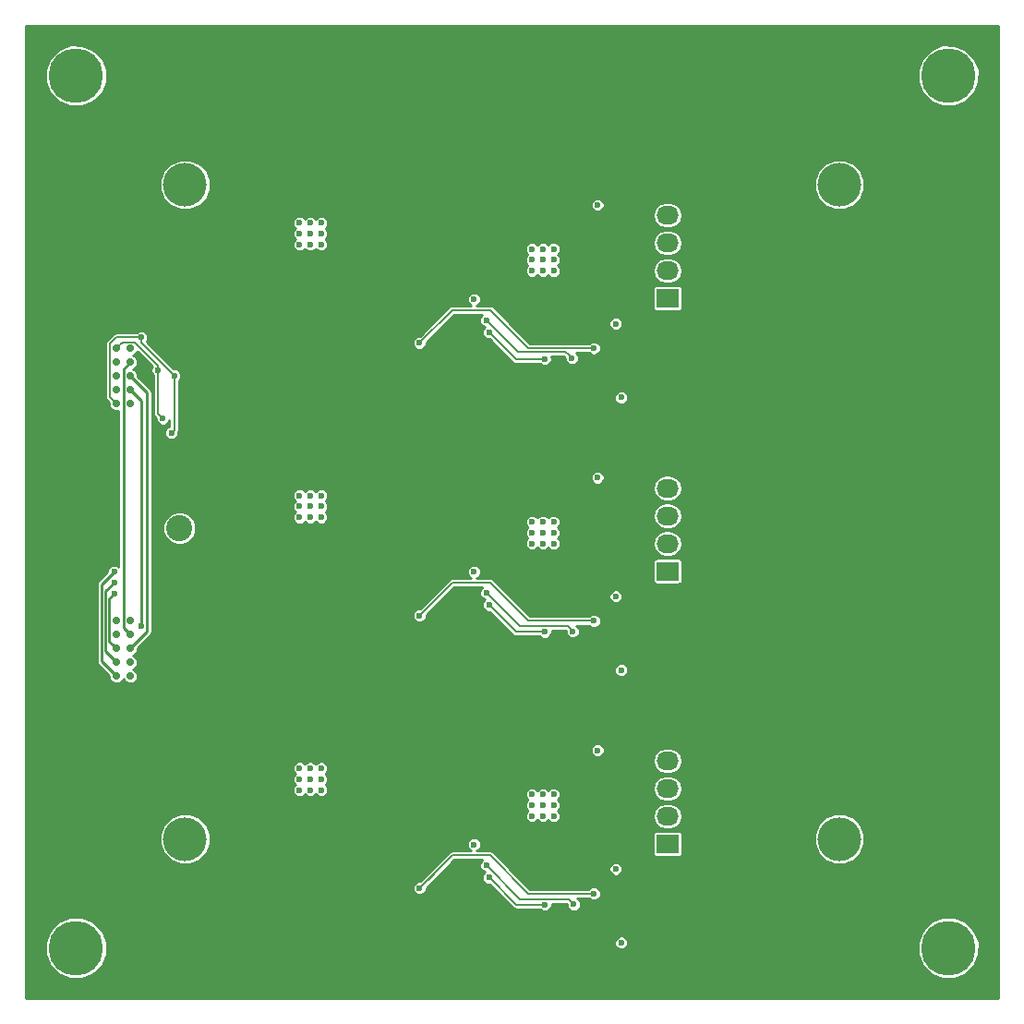
<source format=gbr>
G04 #@! TF.FileFunction,Copper,L2,Inr,Signal*
%FSLAX46Y46*%
G04 Gerber Fmt 4.6, Leading zero omitted, Abs format (unit mm)*
G04 Created by KiCad (PCBNEW (2015-12-07 BZR 6352)-product) date Sun 16 Jul 2017 10:51:14 AM EDT*
%MOMM*%
G01*
G04 APERTURE LIST*
%ADD10C,0.100000*%
%ADD11R,2.032000X1.727200*%
%ADD12O,2.032000X1.727200*%
%ADD13C,0.700000*%
%ADD14C,4.000000*%
%ADD15C,5.000000*%
%ADD16C,2.400000*%
%ADD17R,2.400000X2.400000*%
%ADD18C,0.600000*%
%ADD19C,0.203200*%
%ADD20C,0.254000*%
G04 APERTURE END LIST*
D10*
D11*
X140250000Y-106435000D03*
D12*
X140250000Y-103895000D03*
X140250000Y-101355000D03*
X140250000Y-98815000D03*
D11*
X140250000Y-81435000D03*
D12*
X140250000Y-78895000D03*
X140250000Y-76355000D03*
X140250000Y-73815000D03*
D11*
X140250000Y-56435000D03*
D12*
X140250000Y-53895000D03*
X140250000Y-51355000D03*
X140250000Y-48815000D03*
D13*
X89730000Y-86000000D03*
X91000000Y-86000000D03*
X89730000Y-87270000D03*
X91000000Y-87270000D03*
X89730000Y-88540000D03*
X91000000Y-88540000D03*
X89730000Y-89810000D03*
X91000000Y-89810000D03*
X89730000Y-91080000D03*
X91000000Y-91080000D03*
X89730000Y-61000000D03*
X91000000Y-61000000D03*
X89730000Y-62270000D03*
X91000000Y-62270000D03*
X89730000Y-63540000D03*
X91000000Y-63540000D03*
X89730000Y-64810000D03*
X91000000Y-64810000D03*
X89730000Y-66080000D03*
X91000000Y-66080000D03*
D14*
X96000000Y-106000000D03*
X156000000Y-106000000D03*
X156000000Y-46000000D03*
X96000000Y-46000000D03*
D15*
X86000000Y-116000000D03*
X86000000Y-36000000D03*
X166000000Y-36000000D03*
X166000000Y-116000000D03*
D16*
X95500000Y-77500000D03*
D17*
X95500000Y-74000000D03*
D18*
X93972736Y-67438405D03*
X93500000Y-63000000D03*
X128999946Y-112001620D03*
X123877497Y-109532598D03*
X128999946Y-87001620D03*
X123877497Y-84532598D03*
X123877497Y-59532598D03*
X128999946Y-62001620D03*
X108500000Y-76500000D03*
X107500000Y-76500000D03*
X106500000Y-76500000D03*
X106500000Y-75500000D03*
X107500000Y-75500000D03*
X108500000Y-75500000D03*
X108500000Y-74500000D03*
X107500000Y-74500000D03*
X108500000Y-101500000D03*
X107500000Y-101500000D03*
X106500000Y-101500000D03*
X106500000Y-100500000D03*
X107500000Y-100500000D03*
X108500000Y-100500000D03*
X108500000Y-99500000D03*
X106500000Y-99500000D03*
X107500000Y-99500000D03*
X108500000Y-51500000D03*
X108500000Y-50500000D03*
X108500000Y-49500000D03*
X107500000Y-50500000D03*
X107500000Y-51500000D03*
X106500000Y-51500000D03*
X106500000Y-50500000D03*
X107500000Y-49500000D03*
X128800000Y-103900000D03*
X129800000Y-102900000D03*
X129800000Y-103900000D03*
X133835488Y-97859014D03*
X128800000Y-102900000D03*
X127800000Y-102900000D03*
X129800000Y-101900000D03*
X127800000Y-101900000D03*
X128800000Y-101900000D03*
X127800000Y-103900000D03*
X136000000Y-115500000D03*
X135500000Y-108750000D03*
X122500000Y-106500000D03*
X106500000Y-74500000D03*
X128800000Y-78900000D03*
X129800000Y-77900000D03*
X129800000Y-78900000D03*
X133835488Y-72859014D03*
X128800000Y-77900000D03*
X127800000Y-77900000D03*
X129800000Y-76900000D03*
X127800000Y-76900000D03*
X128800000Y-76900000D03*
X127800000Y-78900000D03*
X136000000Y-90500000D03*
X135500000Y-83750000D03*
X122500000Y-81500000D03*
X106500000Y-49500000D03*
X136000000Y-65500000D03*
X122500000Y-56500000D03*
X127800000Y-53900000D03*
X129800000Y-53900000D03*
X129800000Y-52900000D03*
X127800000Y-52900000D03*
X127800000Y-51900000D03*
X129800000Y-51900000D03*
X133835488Y-47859014D03*
X135500000Y-58750000D03*
X128800000Y-51900000D03*
X128800000Y-53900000D03*
X128800000Y-52900000D03*
X119500000Y-101500000D03*
X118500000Y-101500000D03*
X117500000Y-101500000D03*
X117500000Y-100500000D03*
X118500000Y-100500000D03*
X119500000Y-100500000D03*
X119500000Y-99500000D03*
X118500000Y-99500000D03*
X119500000Y-76500000D03*
X118500000Y-76500000D03*
X117500000Y-76500000D03*
X117500000Y-75500000D03*
X118500000Y-75500000D03*
X119500000Y-75500000D03*
X119500000Y-74500000D03*
X119500000Y-51500000D03*
X118500000Y-51500000D03*
X117500000Y-51500000D03*
X117500000Y-50500000D03*
X118500000Y-50500000D03*
X119500000Y-50500000D03*
X119500000Y-49500000D03*
X117500000Y-99500000D03*
X130750000Y-97500000D03*
X133500000Y-101250000D03*
X132750000Y-101250000D03*
X132500000Y-104500000D03*
X133250000Y-104500000D03*
X133000000Y-108000000D03*
X132250000Y-108750000D03*
X129750000Y-96500000D03*
X117500000Y-74500000D03*
X118500000Y-74500000D03*
X130750000Y-72500000D03*
X133500000Y-76250000D03*
X132750000Y-76250000D03*
X132500000Y-79500000D03*
X133250000Y-79500000D03*
X133000000Y-83000000D03*
X132250000Y-83750000D03*
X129750000Y-71500000D03*
X118500000Y-49500000D03*
X117500000Y-49500000D03*
X129750000Y-46500000D03*
X130750000Y-47500000D03*
X133500000Y-51250000D03*
X132750000Y-51250000D03*
X133250000Y-54500000D03*
X132500000Y-54500000D03*
X133000000Y-58000000D03*
X132250000Y-58750000D03*
X131478972Y-61901457D03*
X123638419Y-58405516D03*
X133500000Y-111000000D03*
X117500000Y-110500000D03*
X133500000Y-86000000D03*
X117500000Y-85500000D03*
X117500000Y-60500000D03*
X133500000Y-61000000D03*
X92000000Y-60000000D03*
X94746015Y-68753985D03*
X89500000Y-81500000D03*
X95000000Y-63500000D03*
X117500000Y-110500000D03*
X117500000Y-85500000D03*
X89500000Y-83500000D03*
X89500000Y-82500000D03*
X92000000Y-86500000D03*
X131556337Y-86967660D03*
X123638419Y-83405516D03*
X131649175Y-111987443D03*
X123638419Y-108405516D03*
D19*
X93672737Y-67138406D02*
X93972736Y-67438405D01*
X93500000Y-66965669D02*
X93672737Y-67138406D01*
X93500000Y-63000000D02*
X93500000Y-66965669D01*
X93500000Y-63000000D02*
X93500000Y-62575736D01*
X93500000Y-62575736D02*
X91372663Y-60448399D01*
X91372663Y-60448399D02*
X90281601Y-60448399D01*
X90281601Y-60448399D02*
X90079999Y-60650001D01*
X90079999Y-60650001D02*
X89730000Y-61000000D01*
X126346519Y-112001620D02*
X128575682Y-112001620D01*
X123877497Y-109532598D02*
X126346519Y-112001620D01*
X128575682Y-112001620D02*
X128999946Y-112001620D01*
X126346519Y-87001620D02*
X128575682Y-87001620D01*
X123877497Y-84532598D02*
X126346519Y-87001620D01*
X128575682Y-87001620D02*
X128999946Y-87001620D01*
X128575682Y-62001620D02*
X128999946Y-62001620D01*
X126346519Y-62001620D02*
X128575682Y-62001620D01*
X123877497Y-59532598D02*
X126346519Y-62001620D01*
D20*
X117500000Y-101500000D02*
X118500000Y-101500000D01*
X118500000Y-100500000D02*
X117500000Y-100500000D01*
X119500000Y-99500000D02*
X119500000Y-100500000D01*
D19*
X131178973Y-61601458D02*
X131478972Y-61901457D01*
X130880726Y-61303211D02*
X131178973Y-61601458D01*
X126536114Y-61303211D02*
X130880726Y-61303211D01*
X123638419Y-58405516D02*
X126536114Y-61303211D01*
D20*
X91000000Y-62270000D02*
X90363280Y-62906720D01*
X90363280Y-62906720D02*
X90363280Y-86633280D01*
X90363280Y-86633280D02*
X90650001Y-86920001D01*
X90650001Y-86920001D02*
X91000000Y-87270000D01*
D19*
X120500000Y-107500000D02*
X117500000Y-110500000D01*
X127500000Y-111000000D02*
X124000000Y-107500000D01*
X133500000Y-111000000D02*
X127500000Y-111000000D01*
X124000000Y-107500000D02*
X120500000Y-107500000D01*
X120500000Y-82500000D02*
X117500000Y-85500000D01*
X127500000Y-86000000D02*
X124000000Y-82500000D01*
X133500000Y-86000000D02*
X127500000Y-86000000D01*
X124000000Y-82500000D02*
X120500000Y-82500000D01*
X124000000Y-57500000D02*
X120500000Y-57500000D01*
X133500000Y-61000000D02*
X127500000Y-61000000D01*
X127500000Y-61000000D02*
X124000000Y-57500000D01*
X120500000Y-57500000D02*
X117500000Y-60500000D01*
X95000000Y-63500000D02*
X95000000Y-68500000D01*
X95000000Y-68500000D02*
X94746015Y-68753985D01*
D20*
X89380001Y-90730001D02*
X89730000Y-91080000D01*
X88353832Y-89703832D02*
X89380001Y-90730001D01*
X88353832Y-82646168D02*
X88353832Y-89703832D01*
X89500000Y-81500000D02*
X88353832Y-82646168D01*
D19*
X92000000Y-60000000D02*
X89677089Y-60000000D01*
X89677089Y-60000000D02*
X89084837Y-60592252D01*
X89084837Y-60592252D02*
X89084837Y-65434837D01*
X89084837Y-65434837D02*
X89380001Y-65730001D01*
X89380001Y-65730001D02*
X89730000Y-66080000D01*
X95000000Y-63500000D02*
X92000000Y-60500000D01*
X92000000Y-60500000D02*
X92000000Y-60000000D01*
X118796317Y-109203683D02*
X117500000Y-110500000D01*
X118796317Y-84203683D02*
X117500000Y-85500000D01*
D20*
X89380001Y-88190001D02*
X89730000Y-88540000D01*
X89061854Y-87871854D02*
X89380001Y-88190001D01*
X89500000Y-83500000D02*
X89061854Y-83938146D01*
X89061854Y-83938146D02*
X89061854Y-87871854D01*
X91349999Y-88190001D02*
X91000000Y-88540000D01*
X92527002Y-87012998D02*
X91349999Y-88190001D01*
X92527002Y-65067002D02*
X92527002Y-87012998D01*
X91000000Y-63540000D02*
X92527002Y-65067002D01*
X89380001Y-89460001D02*
X89730000Y-89810000D01*
X88707843Y-88787843D02*
X89380001Y-89460001D01*
X88707843Y-83292157D02*
X88707843Y-88787843D01*
X89500000Y-82500000D02*
X88707843Y-83292157D01*
X92000000Y-65810000D02*
X92000000Y-86500000D01*
X91000000Y-64810000D02*
X92000000Y-65810000D01*
D19*
X131088677Y-86500000D02*
X131256338Y-86667661D01*
X126732903Y-86500000D02*
X131088677Y-86500000D01*
X123638419Y-83405516D02*
X126732903Y-86500000D01*
X131256338Y-86667661D02*
X131556337Y-86967660D01*
X131349176Y-111687444D02*
X131649175Y-111987443D01*
X131161732Y-111500000D02*
X131349176Y-111687444D01*
X123638419Y-108405516D02*
X126732903Y-111500000D01*
X126732903Y-111500000D02*
X131161732Y-111500000D01*
D20*
G36*
X170598000Y-120598000D02*
X81402000Y-120598000D01*
X81402000Y-116559858D01*
X83172511Y-116559858D01*
X83601989Y-117599275D01*
X84396542Y-118395216D01*
X85435208Y-118826508D01*
X86559858Y-118827489D01*
X87599275Y-118398011D01*
X88395216Y-117603458D01*
X88826508Y-116564792D01*
X88826512Y-116559858D01*
X163172511Y-116559858D01*
X163601989Y-117599275D01*
X164396542Y-118395216D01*
X165435208Y-118826508D01*
X166559858Y-118827489D01*
X167599275Y-118398011D01*
X168395216Y-117603458D01*
X168826508Y-116564792D01*
X168827489Y-115440142D01*
X168398011Y-114400725D01*
X167603458Y-113604784D01*
X166564792Y-113173492D01*
X165440142Y-113172511D01*
X164400725Y-113601989D01*
X163604784Y-114396542D01*
X163173492Y-115435208D01*
X163172511Y-116559858D01*
X88826512Y-116559858D01*
X88827328Y-115624171D01*
X135372891Y-115624171D01*
X135468145Y-115854703D01*
X135644369Y-116031235D01*
X135874735Y-116126891D01*
X136124171Y-116127109D01*
X136354703Y-116031855D01*
X136531235Y-115855631D01*
X136626891Y-115625265D01*
X136627109Y-115375829D01*
X136531855Y-115145297D01*
X136355631Y-114968765D01*
X136125265Y-114873109D01*
X135875829Y-114872891D01*
X135645297Y-114968145D01*
X135468765Y-115144369D01*
X135373109Y-115374735D01*
X135372891Y-115624171D01*
X88827328Y-115624171D01*
X88827489Y-115440142D01*
X88398011Y-114400725D01*
X87603458Y-113604784D01*
X86564792Y-113173492D01*
X85440142Y-113172511D01*
X84400725Y-113601989D01*
X83604784Y-114396542D01*
X83173492Y-115435208D01*
X83172511Y-116559858D01*
X81402000Y-116559858D01*
X81402000Y-110624171D01*
X116872891Y-110624171D01*
X116968145Y-110854703D01*
X117144369Y-111031235D01*
X117374735Y-111126891D01*
X117624171Y-111127109D01*
X117854703Y-111031855D01*
X118031235Y-110855631D01*
X118126891Y-110625265D01*
X118127019Y-110479113D01*
X120677532Y-107928600D01*
X123228681Y-107928600D01*
X123107184Y-108049885D01*
X123011528Y-108280251D01*
X123011310Y-108529687D01*
X123106564Y-108760219D01*
X123282788Y-108936751D01*
X123497561Y-109025932D01*
X123346262Y-109176967D01*
X123250606Y-109407333D01*
X123250388Y-109656769D01*
X123345642Y-109887301D01*
X123521866Y-110063833D01*
X123752232Y-110159489D01*
X123898384Y-110159617D01*
X126043453Y-112304686D01*
X126182500Y-112397595D01*
X126346519Y-112430220D01*
X128541859Y-112430220D01*
X128644315Y-112532855D01*
X128874681Y-112628511D01*
X129124117Y-112628729D01*
X129354649Y-112533475D01*
X129531181Y-112357251D01*
X129626837Y-112126885D01*
X129627010Y-111928600D01*
X130984200Y-111928600D01*
X131022193Y-111966593D01*
X131022066Y-112111614D01*
X131117320Y-112342146D01*
X131293544Y-112518678D01*
X131523910Y-112614334D01*
X131773346Y-112614552D01*
X132003878Y-112519298D01*
X132180410Y-112343074D01*
X132276066Y-112112708D01*
X132276284Y-111863272D01*
X132181030Y-111632740D01*
X132004806Y-111456208D01*
X131938318Y-111428600D01*
X133041913Y-111428600D01*
X133144369Y-111531235D01*
X133374735Y-111626891D01*
X133624171Y-111627109D01*
X133854703Y-111531855D01*
X134031235Y-111355631D01*
X134126891Y-111125265D01*
X134127109Y-110875829D01*
X134031855Y-110645297D01*
X133855631Y-110468765D01*
X133625265Y-110373109D01*
X133375829Y-110372891D01*
X133145297Y-110468145D01*
X133041862Y-110571400D01*
X127677532Y-110571400D01*
X125980303Y-108874171D01*
X134872891Y-108874171D01*
X134968145Y-109104703D01*
X135144369Y-109281235D01*
X135374735Y-109376891D01*
X135624171Y-109377109D01*
X135854703Y-109281855D01*
X136031235Y-109105631D01*
X136126891Y-108875265D01*
X136127109Y-108625829D01*
X136031855Y-108395297D01*
X135855631Y-108218765D01*
X135625265Y-108123109D01*
X135375829Y-108122891D01*
X135145297Y-108218145D01*
X134968765Y-108394369D01*
X134873109Y-108624735D01*
X134872891Y-108874171D01*
X125980303Y-108874171D01*
X124303066Y-107196934D01*
X124164018Y-107104025D01*
X124000000Y-107071400D01*
X122758997Y-107071400D01*
X122854703Y-107031855D01*
X123031235Y-106855631D01*
X123126891Y-106625265D01*
X123127109Y-106375829D01*
X123031855Y-106145297D01*
X122855631Y-105968765D01*
X122625265Y-105873109D01*
X122375829Y-105872891D01*
X122145297Y-105968145D01*
X121968765Y-106144369D01*
X121873109Y-106374735D01*
X121872891Y-106624171D01*
X121968145Y-106854703D01*
X122144369Y-107031235D01*
X122241097Y-107071400D01*
X120500000Y-107071400D01*
X120335982Y-107104025D01*
X120196934Y-107196934D01*
X117520850Y-109873018D01*
X117375829Y-109872891D01*
X117145297Y-109968145D01*
X116968765Y-110144369D01*
X116873109Y-110374735D01*
X116872891Y-110624171D01*
X81402000Y-110624171D01*
X81402000Y-106460838D01*
X93672597Y-106460838D01*
X94026115Y-107316418D01*
X94680139Y-107971585D01*
X95535100Y-108326596D01*
X96460838Y-108327403D01*
X97316418Y-107973885D01*
X97971585Y-107319861D01*
X98326596Y-106464900D01*
X98327374Y-105571400D01*
X138900594Y-105571400D01*
X138900594Y-107298600D01*
X138923395Y-107419779D01*
X138995012Y-107531074D01*
X139104286Y-107605738D01*
X139234000Y-107632006D01*
X141266000Y-107632006D01*
X141387179Y-107609205D01*
X141498474Y-107537588D01*
X141573138Y-107428314D01*
X141599406Y-107298600D01*
X141599406Y-106460838D01*
X153672597Y-106460838D01*
X154026115Y-107316418D01*
X154680139Y-107971585D01*
X155535100Y-108326596D01*
X156460838Y-108327403D01*
X157316418Y-107973885D01*
X157971585Y-107319861D01*
X158326596Y-106464900D01*
X158327403Y-105539162D01*
X157973885Y-104683582D01*
X157319861Y-104028415D01*
X156464900Y-103673404D01*
X155539162Y-103672597D01*
X154683582Y-104026115D01*
X154028415Y-104680139D01*
X153673404Y-105535100D01*
X153672597Y-106460838D01*
X141599406Y-106460838D01*
X141599406Y-105571400D01*
X141576605Y-105450221D01*
X141504988Y-105338926D01*
X141395714Y-105264262D01*
X141266000Y-105237994D01*
X139234000Y-105237994D01*
X139112821Y-105260795D01*
X139001526Y-105332412D01*
X138926862Y-105441686D01*
X138900594Y-105571400D01*
X98327374Y-105571400D01*
X98327403Y-105539162D01*
X97973885Y-104683582D01*
X97319861Y-104028415D01*
X96464900Y-103673404D01*
X95539162Y-103672597D01*
X94683582Y-104026115D01*
X94028415Y-104680139D01*
X93673404Y-105535100D01*
X93672597Y-106460838D01*
X81402000Y-106460838D01*
X81402000Y-99624171D01*
X105872891Y-99624171D01*
X105968145Y-99854703D01*
X106113287Y-100000099D01*
X105968765Y-100144369D01*
X105873109Y-100374735D01*
X105872891Y-100624171D01*
X105968145Y-100854703D01*
X106113287Y-101000099D01*
X105968765Y-101144369D01*
X105873109Y-101374735D01*
X105872891Y-101624171D01*
X105968145Y-101854703D01*
X106144369Y-102031235D01*
X106374735Y-102126891D01*
X106624171Y-102127109D01*
X106854703Y-102031855D01*
X107000099Y-101886713D01*
X107144369Y-102031235D01*
X107374735Y-102126891D01*
X107624171Y-102127109D01*
X107854703Y-102031855D01*
X108000099Y-101886713D01*
X108144369Y-102031235D01*
X108374735Y-102126891D01*
X108624171Y-102127109D01*
X108854703Y-102031855D01*
X108862400Y-102024171D01*
X127172891Y-102024171D01*
X127268145Y-102254703D01*
X127413287Y-102400099D01*
X127268765Y-102544369D01*
X127173109Y-102774735D01*
X127172891Y-103024171D01*
X127268145Y-103254703D01*
X127413287Y-103400099D01*
X127268765Y-103544369D01*
X127173109Y-103774735D01*
X127172891Y-104024171D01*
X127268145Y-104254703D01*
X127444369Y-104431235D01*
X127674735Y-104526891D01*
X127924171Y-104527109D01*
X128154703Y-104431855D01*
X128300099Y-104286713D01*
X128444369Y-104431235D01*
X128674735Y-104526891D01*
X128924171Y-104527109D01*
X129154703Y-104431855D01*
X129300099Y-104286713D01*
X129444369Y-104431235D01*
X129674735Y-104526891D01*
X129924171Y-104527109D01*
X130154703Y-104431855D01*
X130331235Y-104255631D01*
X130426891Y-104025265D01*
X130427004Y-103895000D01*
X138880689Y-103895000D01*
X138971318Y-104350623D01*
X139229408Y-104736881D01*
X139615666Y-104994971D01*
X140071289Y-105085600D01*
X140428711Y-105085600D01*
X140884334Y-104994971D01*
X141270592Y-104736881D01*
X141528682Y-104350623D01*
X141619311Y-103895000D01*
X141528682Y-103439377D01*
X141270592Y-103053119D01*
X140884334Y-102795029D01*
X140428711Y-102704400D01*
X140071289Y-102704400D01*
X139615666Y-102795029D01*
X139229408Y-103053119D01*
X138971318Y-103439377D01*
X138880689Y-103895000D01*
X130427004Y-103895000D01*
X130427109Y-103775829D01*
X130331855Y-103545297D01*
X130186713Y-103399901D01*
X130331235Y-103255631D01*
X130426891Y-103025265D01*
X130427109Y-102775829D01*
X130331855Y-102545297D01*
X130186713Y-102399901D01*
X130331235Y-102255631D01*
X130426891Y-102025265D01*
X130427109Y-101775829D01*
X130331855Y-101545297D01*
X130155631Y-101368765D01*
X130122482Y-101355000D01*
X138880689Y-101355000D01*
X138971318Y-101810623D01*
X139229408Y-102196881D01*
X139615666Y-102454971D01*
X140071289Y-102545600D01*
X140428711Y-102545600D01*
X140884334Y-102454971D01*
X141270592Y-102196881D01*
X141528682Y-101810623D01*
X141619311Y-101355000D01*
X141528682Y-100899377D01*
X141270592Y-100513119D01*
X140884334Y-100255029D01*
X140428711Y-100164400D01*
X140071289Y-100164400D01*
X139615666Y-100255029D01*
X139229408Y-100513119D01*
X138971318Y-100899377D01*
X138880689Y-101355000D01*
X130122482Y-101355000D01*
X129925265Y-101273109D01*
X129675829Y-101272891D01*
X129445297Y-101368145D01*
X129299901Y-101513287D01*
X129155631Y-101368765D01*
X128925265Y-101273109D01*
X128675829Y-101272891D01*
X128445297Y-101368145D01*
X128299901Y-101513287D01*
X128155631Y-101368765D01*
X127925265Y-101273109D01*
X127675829Y-101272891D01*
X127445297Y-101368145D01*
X127268765Y-101544369D01*
X127173109Y-101774735D01*
X127172891Y-102024171D01*
X108862400Y-102024171D01*
X109031235Y-101855631D01*
X109126891Y-101625265D01*
X109127109Y-101375829D01*
X109031855Y-101145297D01*
X108886713Y-100999901D01*
X109031235Y-100855631D01*
X109126891Y-100625265D01*
X109127109Y-100375829D01*
X109031855Y-100145297D01*
X108886713Y-99999901D01*
X109031235Y-99855631D01*
X109126891Y-99625265D01*
X109127109Y-99375829D01*
X109031855Y-99145297D01*
X108855631Y-98968765D01*
X108625265Y-98873109D01*
X108375829Y-98872891D01*
X108145297Y-98968145D01*
X107999901Y-99113287D01*
X107855631Y-98968765D01*
X107625265Y-98873109D01*
X107375829Y-98872891D01*
X107145297Y-98968145D01*
X106999901Y-99113287D01*
X106855631Y-98968765D01*
X106625265Y-98873109D01*
X106375829Y-98872891D01*
X106145297Y-98968145D01*
X105968765Y-99144369D01*
X105873109Y-99374735D01*
X105872891Y-99624171D01*
X81402000Y-99624171D01*
X81402000Y-98815000D01*
X138880689Y-98815000D01*
X138971318Y-99270623D01*
X139229408Y-99656881D01*
X139615666Y-99914971D01*
X140071289Y-100005600D01*
X140428711Y-100005600D01*
X140884334Y-99914971D01*
X141270592Y-99656881D01*
X141528682Y-99270623D01*
X141619311Y-98815000D01*
X141528682Y-98359377D01*
X141270592Y-97973119D01*
X140884334Y-97715029D01*
X140428711Y-97624400D01*
X140071289Y-97624400D01*
X139615666Y-97715029D01*
X139229408Y-97973119D01*
X138971318Y-98359377D01*
X138880689Y-98815000D01*
X81402000Y-98815000D01*
X81402000Y-97983185D01*
X133208379Y-97983185D01*
X133303633Y-98213717D01*
X133479857Y-98390249D01*
X133710223Y-98485905D01*
X133959659Y-98486123D01*
X134190191Y-98390869D01*
X134366723Y-98214645D01*
X134462379Y-97984279D01*
X134462597Y-97734843D01*
X134367343Y-97504311D01*
X134191119Y-97327779D01*
X133960753Y-97232123D01*
X133711317Y-97231905D01*
X133480785Y-97327159D01*
X133304253Y-97503383D01*
X133208597Y-97733749D01*
X133208379Y-97983185D01*
X81402000Y-97983185D01*
X81402000Y-82646168D01*
X87899832Y-82646168D01*
X87899832Y-89703832D01*
X87933460Y-89872891D01*
X87934391Y-89877570D01*
X88032806Y-90024858D01*
X89053030Y-91045083D01*
X89052883Y-91214073D01*
X89155733Y-91462989D01*
X89346010Y-91653598D01*
X89594746Y-91756882D01*
X89864073Y-91757117D01*
X90112989Y-91654267D01*
X90303598Y-91463990D01*
X90365023Y-91316061D01*
X90425733Y-91462989D01*
X90616010Y-91653598D01*
X90864746Y-91756882D01*
X91134073Y-91757117D01*
X91382989Y-91654267D01*
X91573598Y-91463990D01*
X91676882Y-91215254D01*
X91677117Y-90945927D01*
X91574267Y-90697011D01*
X91501554Y-90624171D01*
X135372891Y-90624171D01*
X135468145Y-90854703D01*
X135644369Y-91031235D01*
X135874735Y-91126891D01*
X136124171Y-91127109D01*
X136354703Y-91031855D01*
X136531235Y-90855631D01*
X136626891Y-90625265D01*
X136627109Y-90375829D01*
X136531855Y-90145297D01*
X136355631Y-89968765D01*
X136125265Y-89873109D01*
X135875829Y-89872891D01*
X135645297Y-89968145D01*
X135468765Y-90144369D01*
X135373109Y-90374735D01*
X135372891Y-90624171D01*
X91501554Y-90624171D01*
X91383990Y-90506402D01*
X91236061Y-90444977D01*
X91382989Y-90384267D01*
X91573598Y-90193990D01*
X91676882Y-89945254D01*
X91677117Y-89675927D01*
X91574267Y-89427011D01*
X91383990Y-89236402D01*
X91236061Y-89174977D01*
X91382989Y-89114267D01*
X91573598Y-88923990D01*
X91676882Y-88675254D01*
X91677031Y-88505021D01*
X92848029Y-87334024D01*
X92946443Y-87186736D01*
X92981002Y-87012998D01*
X92981002Y-85624171D01*
X116872891Y-85624171D01*
X116968145Y-85854703D01*
X117144369Y-86031235D01*
X117374735Y-86126891D01*
X117624171Y-86127109D01*
X117854703Y-86031855D01*
X118031235Y-85855631D01*
X118126891Y-85625265D01*
X118127019Y-85479113D01*
X120677532Y-82928600D01*
X123228681Y-82928600D01*
X123107184Y-83049885D01*
X123011528Y-83280251D01*
X123011310Y-83529687D01*
X123106564Y-83760219D01*
X123282788Y-83936751D01*
X123497561Y-84025932D01*
X123346262Y-84176967D01*
X123250606Y-84407333D01*
X123250388Y-84656769D01*
X123345642Y-84887301D01*
X123521866Y-85063833D01*
X123752232Y-85159489D01*
X123898384Y-85159617D01*
X126043453Y-87304686D01*
X126182500Y-87397595D01*
X126346519Y-87430220D01*
X128541859Y-87430220D01*
X128644315Y-87532855D01*
X128874681Y-87628511D01*
X129124117Y-87628729D01*
X129354649Y-87533475D01*
X129531181Y-87357251D01*
X129626837Y-87126885D01*
X129627010Y-86928600D01*
X130911145Y-86928600D01*
X130929355Y-86946810D01*
X130929228Y-87091831D01*
X131024482Y-87322363D01*
X131200706Y-87498895D01*
X131431072Y-87594551D01*
X131680508Y-87594769D01*
X131911040Y-87499515D01*
X132087572Y-87323291D01*
X132183228Y-87092925D01*
X132183446Y-86843489D01*
X132088192Y-86612957D01*
X131911968Y-86436425D01*
X131893123Y-86428600D01*
X133041913Y-86428600D01*
X133144369Y-86531235D01*
X133374735Y-86626891D01*
X133624171Y-86627109D01*
X133854703Y-86531855D01*
X134031235Y-86355631D01*
X134126891Y-86125265D01*
X134127109Y-85875829D01*
X134031855Y-85645297D01*
X133855631Y-85468765D01*
X133625265Y-85373109D01*
X133375829Y-85372891D01*
X133145297Y-85468145D01*
X133041862Y-85571400D01*
X127677532Y-85571400D01*
X125980303Y-83874171D01*
X134872891Y-83874171D01*
X134968145Y-84104703D01*
X135144369Y-84281235D01*
X135374735Y-84376891D01*
X135624171Y-84377109D01*
X135854703Y-84281855D01*
X136031235Y-84105631D01*
X136126891Y-83875265D01*
X136127109Y-83625829D01*
X136031855Y-83395297D01*
X135855631Y-83218765D01*
X135625265Y-83123109D01*
X135375829Y-83122891D01*
X135145297Y-83218145D01*
X134968765Y-83394369D01*
X134873109Y-83624735D01*
X134872891Y-83874171D01*
X125980303Y-83874171D01*
X124303066Y-82196934D01*
X124164018Y-82104025D01*
X124000000Y-82071400D01*
X122758997Y-82071400D01*
X122854703Y-82031855D01*
X123031235Y-81855631D01*
X123126891Y-81625265D01*
X123127109Y-81375829D01*
X123031855Y-81145297D01*
X122855631Y-80968765D01*
X122625265Y-80873109D01*
X122375829Y-80872891D01*
X122145297Y-80968145D01*
X121968765Y-81144369D01*
X121873109Y-81374735D01*
X121872891Y-81624171D01*
X121968145Y-81854703D01*
X122144369Y-82031235D01*
X122241097Y-82071400D01*
X120500000Y-82071400D01*
X120335982Y-82104025D01*
X120196934Y-82196934D01*
X117520850Y-84873018D01*
X117375829Y-84872891D01*
X117145297Y-84968145D01*
X116968765Y-85144369D01*
X116873109Y-85374735D01*
X116872891Y-85624171D01*
X92981002Y-85624171D01*
X92981002Y-80571400D01*
X138900594Y-80571400D01*
X138900594Y-82298600D01*
X138923395Y-82419779D01*
X138995012Y-82531074D01*
X139104286Y-82605738D01*
X139234000Y-82632006D01*
X141266000Y-82632006D01*
X141387179Y-82609205D01*
X141498474Y-82537588D01*
X141573138Y-82428314D01*
X141599406Y-82298600D01*
X141599406Y-80571400D01*
X141576605Y-80450221D01*
X141504988Y-80338926D01*
X141395714Y-80264262D01*
X141266000Y-80237994D01*
X139234000Y-80237994D01*
X139112821Y-80260795D01*
X139001526Y-80332412D01*
X138926862Y-80441686D01*
X138900594Y-80571400D01*
X92981002Y-80571400D01*
X92981002Y-77802407D01*
X93972735Y-77802407D01*
X94204717Y-78363846D01*
X94633894Y-78793773D01*
X95194928Y-79026735D01*
X95802407Y-79027265D01*
X96363846Y-78795283D01*
X96793773Y-78366106D01*
X97026735Y-77805072D01*
X97027265Y-77197593D01*
X96795283Y-76636154D01*
X96366106Y-76206227D01*
X95805072Y-75973265D01*
X95197593Y-75972735D01*
X94636154Y-76204717D01*
X94206227Y-76633894D01*
X93973265Y-77194928D01*
X93972735Y-77802407D01*
X92981002Y-77802407D01*
X92981002Y-74624171D01*
X105872891Y-74624171D01*
X105968145Y-74854703D01*
X106113287Y-75000099D01*
X105968765Y-75144369D01*
X105873109Y-75374735D01*
X105872891Y-75624171D01*
X105968145Y-75854703D01*
X106113287Y-76000099D01*
X105968765Y-76144369D01*
X105873109Y-76374735D01*
X105872891Y-76624171D01*
X105968145Y-76854703D01*
X106144369Y-77031235D01*
X106374735Y-77126891D01*
X106624171Y-77127109D01*
X106854703Y-77031855D01*
X107000099Y-76886713D01*
X107144369Y-77031235D01*
X107374735Y-77126891D01*
X107624171Y-77127109D01*
X107854703Y-77031855D01*
X108000099Y-76886713D01*
X108144369Y-77031235D01*
X108374735Y-77126891D01*
X108624171Y-77127109D01*
X108854703Y-77031855D01*
X108862400Y-77024171D01*
X127172891Y-77024171D01*
X127268145Y-77254703D01*
X127413287Y-77400099D01*
X127268765Y-77544369D01*
X127173109Y-77774735D01*
X127172891Y-78024171D01*
X127268145Y-78254703D01*
X127413287Y-78400099D01*
X127268765Y-78544369D01*
X127173109Y-78774735D01*
X127172891Y-79024171D01*
X127268145Y-79254703D01*
X127444369Y-79431235D01*
X127674735Y-79526891D01*
X127924171Y-79527109D01*
X128154703Y-79431855D01*
X128300099Y-79286713D01*
X128444369Y-79431235D01*
X128674735Y-79526891D01*
X128924171Y-79527109D01*
X129154703Y-79431855D01*
X129300099Y-79286713D01*
X129444369Y-79431235D01*
X129674735Y-79526891D01*
X129924171Y-79527109D01*
X130154703Y-79431855D01*
X130331235Y-79255631D01*
X130426891Y-79025265D01*
X130427004Y-78895000D01*
X138880689Y-78895000D01*
X138971318Y-79350623D01*
X139229408Y-79736881D01*
X139615666Y-79994971D01*
X140071289Y-80085600D01*
X140428711Y-80085600D01*
X140884334Y-79994971D01*
X141270592Y-79736881D01*
X141528682Y-79350623D01*
X141619311Y-78895000D01*
X141528682Y-78439377D01*
X141270592Y-78053119D01*
X140884334Y-77795029D01*
X140428711Y-77704400D01*
X140071289Y-77704400D01*
X139615666Y-77795029D01*
X139229408Y-78053119D01*
X138971318Y-78439377D01*
X138880689Y-78895000D01*
X130427004Y-78895000D01*
X130427109Y-78775829D01*
X130331855Y-78545297D01*
X130186713Y-78399901D01*
X130331235Y-78255631D01*
X130426891Y-78025265D01*
X130427109Y-77775829D01*
X130331855Y-77545297D01*
X130186713Y-77399901D01*
X130331235Y-77255631D01*
X130426891Y-77025265D01*
X130427109Y-76775829D01*
X130331855Y-76545297D01*
X130155631Y-76368765D01*
X130122482Y-76355000D01*
X138880689Y-76355000D01*
X138971318Y-76810623D01*
X139229408Y-77196881D01*
X139615666Y-77454971D01*
X140071289Y-77545600D01*
X140428711Y-77545600D01*
X140884334Y-77454971D01*
X141270592Y-77196881D01*
X141528682Y-76810623D01*
X141619311Y-76355000D01*
X141528682Y-75899377D01*
X141270592Y-75513119D01*
X140884334Y-75255029D01*
X140428711Y-75164400D01*
X140071289Y-75164400D01*
X139615666Y-75255029D01*
X139229408Y-75513119D01*
X138971318Y-75899377D01*
X138880689Y-76355000D01*
X130122482Y-76355000D01*
X129925265Y-76273109D01*
X129675829Y-76272891D01*
X129445297Y-76368145D01*
X129299901Y-76513287D01*
X129155631Y-76368765D01*
X128925265Y-76273109D01*
X128675829Y-76272891D01*
X128445297Y-76368145D01*
X128299901Y-76513287D01*
X128155631Y-76368765D01*
X127925265Y-76273109D01*
X127675829Y-76272891D01*
X127445297Y-76368145D01*
X127268765Y-76544369D01*
X127173109Y-76774735D01*
X127172891Y-77024171D01*
X108862400Y-77024171D01*
X109031235Y-76855631D01*
X109126891Y-76625265D01*
X109127109Y-76375829D01*
X109031855Y-76145297D01*
X108886713Y-75999901D01*
X109031235Y-75855631D01*
X109126891Y-75625265D01*
X109127109Y-75375829D01*
X109031855Y-75145297D01*
X108886713Y-74999901D01*
X109031235Y-74855631D01*
X109126891Y-74625265D01*
X109127109Y-74375829D01*
X109031855Y-74145297D01*
X108855631Y-73968765D01*
X108625265Y-73873109D01*
X108375829Y-73872891D01*
X108145297Y-73968145D01*
X107999901Y-74113287D01*
X107855631Y-73968765D01*
X107625265Y-73873109D01*
X107375829Y-73872891D01*
X107145297Y-73968145D01*
X106999901Y-74113287D01*
X106855631Y-73968765D01*
X106625265Y-73873109D01*
X106375829Y-73872891D01*
X106145297Y-73968145D01*
X105968765Y-74144369D01*
X105873109Y-74374735D01*
X105872891Y-74624171D01*
X92981002Y-74624171D01*
X92981002Y-73815000D01*
X138880689Y-73815000D01*
X138971318Y-74270623D01*
X139229408Y-74656881D01*
X139615666Y-74914971D01*
X140071289Y-75005600D01*
X140428711Y-75005600D01*
X140884334Y-74914971D01*
X141270592Y-74656881D01*
X141528682Y-74270623D01*
X141619311Y-73815000D01*
X141528682Y-73359377D01*
X141270592Y-72973119D01*
X140884334Y-72715029D01*
X140428711Y-72624400D01*
X140071289Y-72624400D01*
X139615666Y-72715029D01*
X139229408Y-72973119D01*
X138971318Y-73359377D01*
X138880689Y-73815000D01*
X92981002Y-73815000D01*
X92981002Y-72983185D01*
X133208379Y-72983185D01*
X133303633Y-73213717D01*
X133479857Y-73390249D01*
X133710223Y-73485905D01*
X133959659Y-73486123D01*
X134190191Y-73390869D01*
X134366723Y-73214645D01*
X134462379Y-72984279D01*
X134462597Y-72734843D01*
X134367343Y-72504311D01*
X134191119Y-72327779D01*
X133960753Y-72232123D01*
X133711317Y-72231905D01*
X133480785Y-72327159D01*
X133304253Y-72503383D01*
X133208597Y-72733749D01*
X133208379Y-72983185D01*
X92981002Y-72983185D01*
X92981002Y-65067002D01*
X92946443Y-64893264D01*
X92890808Y-64810000D01*
X92848029Y-64745976D01*
X91676970Y-63574917D01*
X91677117Y-63405927D01*
X91574267Y-63157011D01*
X91383990Y-62966402D01*
X91236061Y-62904977D01*
X91382989Y-62844267D01*
X91573598Y-62653990D01*
X91676882Y-62405254D01*
X91677117Y-62135927D01*
X91574267Y-61887011D01*
X91383990Y-61696402D01*
X91236061Y-61634977D01*
X91382989Y-61574267D01*
X91573598Y-61383990D01*
X91611307Y-61293175D01*
X92966927Y-62648795D01*
X92873109Y-62874735D01*
X92872891Y-63124171D01*
X92968145Y-63354703D01*
X93071400Y-63458138D01*
X93071400Y-66965669D01*
X93104025Y-67129687D01*
X93196934Y-67268735D01*
X93345754Y-67417555D01*
X93345627Y-67562576D01*
X93440881Y-67793108D01*
X93617105Y-67969640D01*
X93847471Y-68065296D01*
X94096907Y-68065514D01*
X94327439Y-67970260D01*
X94503971Y-67794036D01*
X94571400Y-67631648D01*
X94571400Y-68147719D01*
X94391312Y-68222130D01*
X94214780Y-68398354D01*
X94119124Y-68628720D01*
X94118906Y-68878156D01*
X94214160Y-69108688D01*
X94390384Y-69285220D01*
X94620750Y-69380876D01*
X94870186Y-69381094D01*
X95100718Y-69285840D01*
X95277250Y-69109616D01*
X95372906Y-68879250D01*
X95373064Y-68698306D01*
X95395975Y-68664018D01*
X95428600Y-68500000D01*
X95428600Y-65624171D01*
X135372891Y-65624171D01*
X135468145Y-65854703D01*
X135644369Y-66031235D01*
X135874735Y-66126891D01*
X136124171Y-66127109D01*
X136354703Y-66031855D01*
X136531235Y-65855631D01*
X136626891Y-65625265D01*
X136627109Y-65375829D01*
X136531855Y-65145297D01*
X136355631Y-64968765D01*
X136125265Y-64873109D01*
X135875829Y-64872891D01*
X135645297Y-64968145D01*
X135468765Y-65144369D01*
X135373109Y-65374735D01*
X135372891Y-65624171D01*
X95428600Y-65624171D01*
X95428600Y-63958087D01*
X95531235Y-63855631D01*
X95626891Y-63625265D01*
X95627109Y-63375829D01*
X95531855Y-63145297D01*
X95355631Y-62968765D01*
X95125265Y-62873109D01*
X94979113Y-62872981D01*
X92730303Y-60624171D01*
X116872891Y-60624171D01*
X116968145Y-60854703D01*
X117144369Y-61031235D01*
X117374735Y-61126891D01*
X117624171Y-61127109D01*
X117854703Y-61031855D01*
X118031235Y-60855631D01*
X118126891Y-60625265D01*
X118127019Y-60479113D01*
X120677532Y-57928600D01*
X123228681Y-57928600D01*
X123107184Y-58049885D01*
X123011528Y-58280251D01*
X123011310Y-58529687D01*
X123106564Y-58760219D01*
X123282788Y-58936751D01*
X123497561Y-59025932D01*
X123346262Y-59176967D01*
X123250606Y-59407333D01*
X123250388Y-59656769D01*
X123345642Y-59887301D01*
X123521866Y-60063833D01*
X123752232Y-60159489D01*
X123898384Y-60159617D01*
X126043453Y-62304686D01*
X126182500Y-62397595D01*
X126346519Y-62430220D01*
X128541859Y-62430220D01*
X128644315Y-62532855D01*
X128874681Y-62628511D01*
X129124117Y-62628729D01*
X129354649Y-62533475D01*
X129531181Y-62357251D01*
X129626837Y-62126885D01*
X129627055Y-61877449D01*
X129566879Y-61731811D01*
X130703194Y-61731811D01*
X130851990Y-61880607D01*
X130851863Y-62025628D01*
X130947117Y-62256160D01*
X131123341Y-62432692D01*
X131353707Y-62528348D01*
X131603143Y-62528566D01*
X131833675Y-62433312D01*
X132010207Y-62257088D01*
X132105863Y-62026722D01*
X132106081Y-61777286D01*
X132010827Y-61546754D01*
X131892879Y-61428600D01*
X133041913Y-61428600D01*
X133144369Y-61531235D01*
X133374735Y-61626891D01*
X133624171Y-61627109D01*
X133854703Y-61531855D01*
X134031235Y-61355631D01*
X134126891Y-61125265D01*
X134127109Y-60875829D01*
X134031855Y-60645297D01*
X133855631Y-60468765D01*
X133625265Y-60373109D01*
X133375829Y-60372891D01*
X133145297Y-60468145D01*
X133041862Y-60571400D01*
X127677532Y-60571400D01*
X125980303Y-58874171D01*
X134872891Y-58874171D01*
X134968145Y-59104703D01*
X135144369Y-59281235D01*
X135374735Y-59376891D01*
X135624171Y-59377109D01*
X135854703Y-59281855D01*
X136031235Y-59105631D01*
X136126891Y-58875265D01*
X136127109Y-58625829D01*
X136031855Y-58395297D01*
X135855631Y-58218765D01*
X135625265Y-58123109D01*
X135375829Y-58122891D01*
X135145297Y-58218145D01*
X134968765Y-58394369D01*
X134873109Y-58624735D01*
X134872891Y-58874171D01*
X125980303Y-58874171D01*
X124303066Y-57196934D01*
X124164018Y-57104025D01*
X124000000Y-57071400D01*
X122758997Y-57071400D01*
X122854703Y-57031855D01*
X123031235Y-56855631D01*
X123126891Y-56625265D01*
X123127109Y-56375829D01*
X123031855Y-56145297D01*
X122855631Y-55968765D01*
X122625265Y-55873109D01*
X122375829Y-55872891D01*
X122145297Y-55968145D01*
X121968765Y-56144369D01*
X121873109Y-56374735D01*
X121872891Y-56624171D01*
X121968145Y-56854703D01*
X122144369Y-57031235D01*
X122241097Y-57071400D01*
X120500000Y-57071400D01*
X120335982Y-57104025D01*
X120196934Y-57196934D01*
X117520850Y-59873018D01*
X117375829Y-59872891D01*
X117145297Y-59968145D01*
X116968765Y-60144369D01*
X116873109Y-60374735D01*
X116872891Y-60624171D01*
X92730303Y-60624171D01*
X92496469Y-60390337D01*
X92531235Y-60355631D01*
X92626891Y-60125265D01*
X92627109Y-59875829D01*
X92531855Y-59645297D01*
X92355631Y-59468765D01*
X92125265Y-59373109D01*
X91875829Y-59372891D01*
X91645297Y-59468145D01*
X91541862Y-59571400D01*
X89677089Y-59571400D01*
X89513071Y-59604025D01*
X89374023Y-59696934D01*
X88781771Y-60289186D01*
X88688862Y-60428234D01*
X88656237Y-60592252D01*
X88656237Y-65434837D01*
X88688862Y-65598855D01*
X88781771Y-65737903D01*
X89053062Y-66009194D01*
X89052883Y-66214073D01*
X89155733Y-66462989D01*
X89346010Y-66653598D01*
X89594746Y-66756882D01*
X89864073Y-66757117D01*
X89909280Y-66738438D01*
X89909280Y-81022508D01*
X89855631Y-80968765D01*
X89625265Y-80873109D01*
X89375829Y-80872891D01*
X89145297Y-80968145D01*
X88968765Y-81144369D01*
X88873109Y-81374735D01*
X88873013Y-81484935D01*
X88032806Y-82325142D01*
X87934391Y-82472430D01*
X87899832Y-82646168D01*
X81402000Y-82646168D01*
X81402000Y-55571400D01*
X138900594Y-55571400D01*
X138900594Y-57298600D01*
X138923395Y-57419779D01*
X138995012Y-57531074D01*
X139104286Y-57605738D01*
X139234000Y-57632006D01*
X141266000Y-57632006D01*
X141387179Y-57609205D01*
X141498474Y-57537588D01*
X141573138Y-57428314D01*
X141599406Y-57298600D01*
X141599406Y-55571400D01*
X141576605Y-55450221D01*
X141504988Y-55338926D01*
X141395714Y-55264262D01*
X141266000Y-55237994D01*
X139234000Y-55237994D01*
X139112821Y-55260795D01*
X139001526Y-55332412D01*
X138926862Y-55441686D01*
X138900594Y-55571400D01*
X81402000Y-55571400D01*
X81402000Y-49624171D01*
X105872891Y-49624171D01*
X105968145Y-49854703D01*
X106113287Y-50000099D01*
X105968765Y-50144369D01*
X105873109Y-50374735D01*
X105872891Y-50624171D01*
X105968145Y-50854703D01*
X106113287Y-51000099D01*
X105968765Y-51144369D01*
X105873109Y-51374735D01*
X105872891Y-51624171D01*
X105968145Y-51854703D01*
X106144369Y-52031235D01*
X106374735Y-52126891D01*
X106624171Y-52127109D01*
X106854703Y-52031855D01*
X107000099Y-51886713D01*
X107144369Y-52031235D01*
X107374735Y-52126891D01*
X107624171Y-52127109D01*
X107854703Y-52031855D01*
X108000099Y-51886713D01*
X108144369Y-52031235D01*
X108374735Y-52126891D01*
X108624171Y-52127109D01*
X108854703Y-52031855D01*
X108862400Y-52024171D01*
X127172891Y-52024171D01*
X127268145Y-52254703D01*
X127413287Y-52400099D01*
X127268765Y-52544369D01*
X127173109Y-52774735D01*
X127172891Y-53024171D01*
X127268145Y-53254703D01*
X127413287Y-53400099D01*
X127268765Y-53544369D01*
X127173109Y-53774735D01*
X127172891Y-54024171D01*
X127268145Y-54254703D01*
X127444369Y-54431235D01*
X127674735Y-54526891D01*
X127924171Y-54527109D01*
X128154703Y-54431855D01*
X128300099Y-54286713D01*
X128444369Y-54431235D01*
X128674735Y-54526891D01*
X128924171Y-54527109D01*
X129154703Y-54431855D01*
X129300099Y-54286713D01*
X129444369Y-54431235D01*
X129674735Y-54526891D01*
X129924171Y-54527109D01*
X130154703Y-54431855D01*
X130331235Y-54255631D01*
X130426891Y-54025265D01*
X130427004Y-53895000D01*
X138880689Y-53895000D01*
X138971318Y-54350623D01*
X139229408Y-54736881D01*
X139615666Y-54994971D01*
X140071289Y-55085600D01*
X140428711Y-55085600D01*
X140884334Y-54994971D01*
X141270592Y-54736881D01*
X141528682Y-54350623D01*
X141619311Y-53895000D01*
X141528682Y-53439377D01*
X141270592Y-53053119D01*
X140884334Y-52795029D01*
X140428711Y-52704400D01*
X140071289Y-52704400D01*
X139615666Y-52795029D01*
X139229408Y-53053119D01*
X138971318Y-53439377D01*
X138880689Y-53895000D01*
X130427004Y-53895000D01*
X130427109Y-53775829D01*
X130331855Y-53545297D01*
X130186713Y-53399901D01*
X130331235Y-53255631D01*
X130426891Y-53025265D01*
X130427109Y-52775829D01*
X130331855Y-52545297D01*
X130186713Y-52399901D01*
X130331235Y-52255631D01*
X130426891Y-52025265D01*
X130427109Y-51775829D01*
X130331855Y-51545297D01*
X130155631Y-51368765D01*
X130122482Y-51355000D01*
X138880689Y-51355000D01*
X138971318Y-51810623D01*
X139229408Y-52196881D01*
X139615666Y-52454971D01*
X140071289Y-52545600D01*
X140428711Y-52545600D01*
X140884334Y-52454971D01*
X141270592Y-52196881D01*
X141528682Y-51810623D01*
X141619311Y-51355000D01*
X141528682Y-50899377D01*
X141270592Y-50513119D01*
X140884334Y-50255029D01*
X140428711Y-50164400D01*
X140071289Y-50164400D01*
X139615666Y-50255029D01*
X139229408Y-50513119D01*
X138971318Y-50899377D01*
X138880689Y-51355000D01*
X130122482Y-51355000D01*
X129925265Y-51273109D01*
X129675829Y-51272891D01*
X129445297Y-51368145D01*
X129299901Y-51513287D01*
X129155631Y-51368765D01*
X128925265Y-51273109D01*
X128675829Y-51272891D01*
X128445297Y-51368145D01*
X128299901Y-51513287D01*
X128155631Y-51368765D01*
X127925265Y-51273109D01*
X127675829Y-51272891D01*
X127445297Y-51368145D01*
X127268765Y-51544369D01*
X127173109Y-51774735D01*
X127172891Y-52024171D01*
X108862400Y-52024171D01*
X109031235Y-51855631D01*
X109126891Y-51625265D01*
X109127109Y-51375829D01*
X109031855Y-51145297D01*
X108886713Y-50999901D01*
X109031235Y-50855631D01*
X109126891Y-50625265D01*
X109127109Y-50375829D01*
X109031855Y-50145297D01*
X108886713Y-49999901D01*
X109031235Y-49855631D01*
X109126891Y-49625265D01*
X109127109Y-49375829D01*
X109031855Y-49145297D01*
X108855631Y-48968765D01*
X108625265Y-48873109D01*
X108375829Y-48872891D01*
X108145297Y-48968145D01*
X107999901Y-49113287D01*
X107855631Y-48968765D01*
X107625265Y-48873109D01*
X107375829Y-48872891D01*
X107145297Y-48968145D01*
X106999901Y-49113287D01*
X106855631Y-48968765D01*
X106625265Y-48873109D01*
X106375829Y-48872891D01*
X106145297Y-48968145D01*
X105968765Y-49144369D01*
X105873109Y-49374735D01*
X105872891Y-49624171D01*
X81402000Y-49624171D01*
X81402000Y-48815000D01*
X138880689Y-48815000D01*
X138971318Y-49270623D01*
X139229408Y-49656881D01*
X139615666Y-49914971D01*
X140071289Y-50005600D01*
X140428711Y-50005600D01*
X140884334Y-49914971D01*
X141270592Y-49656881D01*
X141528682Y-49270623D01*
X141619311Y-48815000D01*
X141528682Y-48359377D01*
X141270592Y-47973119D01*
X140884334Y-47715029D01*
X140428711Y-47624400D01*
X140071289Y-47624400D01*
X139615666Y-47715029D01*
X139229408Y-47973119D01*
X138971318Y-48359377D01*
X138880689Y-48815000D01*
X81402000Y-48815000D01*
X81402000Y-46460838D01*
X93672597Y-46460838D01*
X94026115Y-47316418D01*
X94680139Y-47971585D01*
X95535100Y-48326596D01*
X96460838Y-48327403D01*
X97293910Y-47983185D01*
X133208379Y-47983185D01*
X133303633Y-48213717D01*
X133479857Y-48390249D01*
X133710223Y-48485905D01*
X133959659Y-48486123D01*
X134190191Y-48390869D01*
X134366723Y-48214645D01*
X134462379Y-47984279D01*
X134462597Y-47734843D01*
X134367343Y-47504311D01*
X134191119Y-47327779D01*
X133960753Y-47232123D01*
X133711317Y-47231905D01*
X133480785Y-47327159D01*
X133304253Y-47503383D01*
X133208597Y-47733749D01*
X133208379Y-47983185D01*
X97293910Y-47983185D01*
X97316418Y-47973885D01*
X97971585Y-47319861D01*
X98326596Y-46464900D01*
X98326599Y-46460838D01*
X153672597Y-46460838D01*
X154026115Y-47316418D01*
X154680139Y-47971585D01*
X155535100Y-48326596D01*
X156460838Y-48327403D01*
X157316418Y-47973885D01*
X157971585Y-47319861D01*
X158326596Y-46464900D01*
X158327403Y-45539162D01*
X157973885Y-44683582D01*
X157319861Y-44028415D01*
X156464900Y-43673404D01*
X155539162Y-43672597D01*
X154683582Y-44026115D01*
X154028415Y-44680139D01*
X153673404Y-45535100D01*
X153672597Y-46460838D01*
X98326599Y-46460838D01*
X98327403Y-45539162D01*
X97973885Y-44683582D01*
X97319861Y-44028415D01*
X96464900Y-43673404D01*
X95539162Y-43672597D01*
X94683582Y-44026115D01*
X94028415Y-44680139D01*
X93673404Y-45535100D01*
X93672597Y-46460838D01*
X81402000Y-46460838D01*
X81402000Y-36559858D01*
X83172511Y-36559858D01*
X83601989Y-37599275D01*
X84396542Y-38395216D01*
X85435208Y-38826508D01*
X86559858Y-38827489D01*
X87599275Y-38398011D01*
X88395216Y-37603458D01*
X88826508Y-36564792D01*
X88826512Y-36559858D01*
X163172511Y-36559858D01*
X163601989Y-37599275D01*
X164396542Y-38395216D01*
X165435208Y-38826508D01*
X166559858Y-38827489D01*
X167599275Y-38398011D01*
X168395216Y-37603458D01*
X168826508Y-36564792D01*
X168827489Y-35440142D01*
X168398011Y-34400725D01*
X167603458Y-33604784D01*
X166564792Y-33173492D01*
X165440142Y-33172511D01*
X164400725Y-33601989D01*
X163604784Y-34396542D01*
X163173492Y-35435208D01*
X163172511Y-36559858D01*
X88826512Y-36559858D01*
X88827489Y-35440142D01*
X88398011Y-34400725D01*
X87603458Y-33604784D01*
X86564792Y-33173492D01*
X85440142Y-33172511D01*
X84400725Y-33601989D01*
X83604784Y-34396542D01*
X83173492Y-35435208D01*
X83172511Y-36559858D01*
X81402000Y-36559858D01*
X81402000Y-31402000D01*
X170598000Y-31402000D01*
X170598000Y-120598000D01*
X170598000Y-120598000D01*
G37*
X170598000Y-120598000D02*
X81402000Y-120598000D01*
X81402000Y-116559858D01*
X83172511Y-116559858D01*
X83601989Y-117599275D01*
X84396542Y-118395216D01*
X85435208Y-118826508D01*
X86559858Y-118827489D01*
X87599275Y-118398011D01*
X88395216Y-117603458D01*
X88826508Y-116564792D01*
X88826512Y-116559858D01*
X163172511Y-116559858D01*
X163601989Y-117599275D01*
X164396542Y-118395216D01*
X165435208Y-118826508D01*
X166559858Y-118827489D01*
X167599275Y-118398011D01*
X168395216Y-117603458D01*
X168826508Y-116564792D01*
X168827489Y-115440142D01*
X168398011Y-114400725D01*
X167603458Y-113604784D01*
X166564792Y-113173492D01*
X165440142Y-113172511D01*
X164400725Y-113601989D01*
X163604784Y-114396542D01*
X163173492Y-115435208D01*
X163172511Y-116559858D01*
X88826512Y-116559858D01*
X88827328Y-115624171D01*
X135372891Y-115624171D01*
X135468145Y-115854703D01*
X135644369Y-116031235D01*
X135874735Y-116126891D01*
X136124171Y-116127109D01*
X136354703Y-116031855D01*
X136531235Y-115855631D01*
X136626891Y-115625265D01*
X136627109Y-115375829D01*
X136531855Y-115145297D01*
X136355631Y-114968765D01*
X136125265Y-114873109D01*
X135875829Y-114872891D01*
X135645297Y-114968145D01*
X135468765Y-115144369D01*
X135373109Y-115374735D01*
X135372891Y-115624171D01*
X88827328Y-115624171D01*
X88827489Y-115440142D01*
X88398011Y-114400725D01*
X87603458Y-113604784D01*
X86564792Y-113173492D01*
X85440142Y-113172511D01*
X84400725Y-113601989D01*
X83604784Y-114396542D01*
X83173492Y-115435208D01*
X83172511Y-116559858D01*
X81402000Y-116559858D01*
X81402000Y-110624171D01*
X116872891Y-110624171D01*
X116968145Y-110854703D01*
X117144369Y-111031235D01*
X117374735Y-111126891D01*
X117624171Y-111127109D01*
X117854703Y-111031855D01*
X118031235Y-110855631D01*
X118126891Y-110625265D01*
X118127019Y-110479113D01*
X120677532Y-107928600D01*
X123228681Y-107928600D01*
X123107184Y-108049885D01*
X123011528Y-108280251D01*
X123011310Y-108529687D01*
X123106564Y-108760219D01*
X123282788Y-108936751D01*
X123497561Y-109025932D01*
X123346262Y-109176967D01*
X123250606Y-109407333D01*
X123250388Y-109656769D01*
X123345642Y-109887301D01*
X123521866Y-110063833D01*
X123752232Y-110159489D01*
X123898384Y-110159617D01*
X126043453Y-112304686D01*
X126182500Y-112397595D01*
X126346519Y-112430220D01*
X128541859Y-112430220D01*
X128644315Y-112532855D01*
X128874681Y-112628511D01*
X129124117Y-112628729D01*
X129354649Y-112533475D01*
X129531181Y-112357251D01*
X129626837Y-112126885D01*
X129627010Y-111928600D01*
X130984200Y-111928600D01*
X131022193Y-111966593D01*
X131022066Y-112111614D01*
X131117320Y-112342146D01*
X131293544Y-112518678D01*
X131523910Y-112614334D01*
X131773346Y-112614552D01*
X132003878Y-112519298D01*
X132180410Y-112343074D01*
X132276066Y-112112708D01*
X132276284Y-111863272D01*
X132181030Y-111632740D01*
X132004806Y-111456208D01*
X131938318Y-111428600D01*
X133041913Y-111428600D01*
X133144369Y-111531235D01*
X133374735Y-111626891D01*
X133624171Y-111627109D01*
X133854703Y-111531855D01*
X134031235Y-111355631D01*
X134126891Y-111125265D01*
X134127109Y-110875829D01*
X134031855Y-110645297D01*
X133855631Y-110468765D01*
X133625265Y-110373109D01*
X133375829Y-110372891D01*
X133145297Y-110468145D01*
X133041862Y-110571400D01*
X127677532Y-110571400D01*
X125980303Y-108874171D01*
X134872891Y-108874171D01*
X134968145Y-109104703D01*
X135144369Y-109281235D01*
X135374735Y-109376891D01*
X135624171Y-109377109D01*
X135854703Y-109281855D01*
X136031235Y-109105631D01*
X136126891Y-108875265D01*
X136127109Y-108625829D01*
X136031855Y-108395297D01*
X135855631Y-108218765D01*
X135625265Y-108123109D01*
X135375829Y-108122891D01*
X135145297Y-108218145D01*
X134968765Y-108394369D01*
X134873109Y-108624735D01*
X134872891Y-108874171D01*
X125980303Y-108874171D01*
X124303066Y-107196934D01*
X124164018Y-107104025D01*
X124000000Y-107071400D01*
X122758997Y-107071400D01*
X122854703Y-107031855D01*
X123031235Y-106855631D01*
X123126891Y-106625265D01*
X123127109Y-106375829D01*
X123031855Y-106145297D01*
X122855631Y-105968765D01*
X122625265Y-105873109D01*
X122375829Y-105872891D01*
X122145297Y-105968145D01*
X121968765Y-106144369D01*
X121873109Y-106374735D01*
X121872891Y-106624171D01*
X121968145Y-106854703D01*
X122144369Y-107031235D01*
X122241097Y-107071400D01*
X120500000Y-107071400D01*
X120335982Y-107104025D01*
X120196934Y-107196934D01*
X117520850Y-109873018D01*
X117375829Y-109872891D01*
X117145297Y-109968145D01*
X116968765Y-110144369D01*
X116873109Y-110374735D01*
X116872891Y-110624171D01*
X81402000Y-110624171D01*
X81402000Y-106460838D01*
X93672597Y-106460838D01*
X94026115Y-107316418D01*
X94680139Y-107971585D01*
X95535100Y-108326596D01*
X96460838Y-108327403D01*
X97316418Y-107973885D01*
X97971585Y-107319861D01*
X98326596Y-106464900D01*
X98327374Y-105571400D01*
X138900594Y-105571400D01*
X138900594Y-107298600D01*
X138923395Y-107419779D01*
X138995012Y-107531074D01*
X139104286Y-107605738D01*
X139234000Y-107632006D01*
X141266000Y-107632006D01*
X141387179Y-107609205D01*
X141498474Y-107537588D01*
X141573138Y-107428314D01*
X141599406Y-107298600D01*
X141599406Y-106460838D01*
X153672597Y-106460838D01*
X154026115Y-107316418D01*
X154680139Y-107971585D01*
X155535100Y-108326596D01*
X156460838Y-108327403D01*
X157316418Y-107973885D01*
X157971585Y-107319861D01*
X158326596Y-106464900D01*
X158327403Y-105539162D01*
X157973885Y-104683582D01*
X157319861Y-104028415D01*
X156464900Y-103673404D01*
X155539162Y-103672597D01*
X154683582Y-104026115D01*
X154028415Y-104680139D01*
X153673404Y-105535100D01*
X153672597Y-106460838D01*
X141599406Y-106460838D01*
X141599406Y-105571400D01*
X141576605Y-105450221D01*
X141504988Y-105338926D01*
X141395714Y-105264262D01*
X141266000Y-105237994D01*
X139234000Y-105237994D01*
X139112821Y-105260795D01*
X139001526Y-105332412D01*
X138926862Y-105441686D01*
X138900594Y-105571400D01*
X98327374Y-105571400D01*
X98327403Y-105539162D01*
X97973885Y-104683582D01*
X97319861Y-104028415D01*
X96464900Y-103673404D01*
X95539162Y-103672597D01*
X94683582Y-104026115D01*
X94028415Y-104680139D01*
X93673404Y-105535100D01*
X93672597Y-106460838D01*
X81402000Y-106460838D01*
X81402000Y-99624171D01*
X105872891Y-99624171D01*
X105968145Y-99854703D01*
X106113287Y-100000099D01*
X105968765Y-100144369D01*
X105873109Y-100374735D01*
X105872891Y-100624171D01*
X105968145Y-100854703D01*
X106113287Y-101000099D01*
X105968765Y-101144369D01*
X105873109Y-101374735D01*
X105872891Y-101624171D01*
X105968145Y-101854703D01*
X106144369Y-102031235D01*
X106374735Y-102126891D01*
X106624171Y-102127109D01*
X106854703Y-102031855D01*
X107000099Y-101886713D01*
X107144369Y-102031235D01*
X107374735Y-102126891D01*
X107624171Y-102127109D01*
X107854703Y-102031855D01*
X108000099Y-101886713D01*
X108144369Y-102031235D01*
X108374735Y-102126891D01*
X108624171Y-102127109D01*
X108854703Y-102031855D01*
X108862400Y-102024171D01*
X127172891Y-102024171D01*
X127268145Y-102254703D01*
X127413287Y-102400099D01*
X127268765Y-102544369D01*
X127173109Y-102774735D01*
X127172891Y-103024171D01*
X127268145Y-103254703D01*
X127413287Y-103400099D01*
X127268765Y-103544369D01*
X127173109Y-103774735D01*
X127172891Y-104024171D01*
X127268145Y-104254703D01*
X127444369Y-104431235D01*
X127674735Y-104526891D01*
X127924171Y-104527109D01*
X128154703Y-104431855D01*
X128300099Y-104286713D01*
X128444369Y-104431235D01*
X128674735Y-104526891D01*
X128924171Y-104527109D01*
X129154703Y-104431855D01*
X129300099Y-104286713D01*
X129444369Y-104431235D01*
X129674735Y-104526891D01*
X129924171Y-104527109D01*
X130154703Y-104431855D01*
X130331235Y-104255631D01*
X130426891Y-104025265D01*
X130427004Y-103895000D01*
X138880689Y-103895000D01*
X138971318Y-104350623D01*
X139229408Y-104736881D01*
X139615666Y-104994971D01*
X140071289Y-105085600D01*
X140428711Y-105085600D01*
X140884334Y-104994971D01*
X141270592Y-104736881D01*
X141528682Y-104350623D01*
X141619311Y-103895000D01*
X141528682Y-103439377D01*
X141270592Y-103053119D01*
X140884334Y-102795029D01*
X140428711Y-102704400D01*
X140071289Y-102704400D01*
X139615666Y-102795029D01*
X139229408Y-103053119D01*
X138971318Y-103439377D01*
X138880689Y-103895000D01*
X130427004Y-103895000D01*
X130427109Y-103775829D01*
X130331855Y-103545297D01*
X130186713Y-103399901D01*
X130331235Y-103255631D01*
X130426891Y-103025265D01*
X130427109Y-102775829D01*
X130331855Y-102545297D01*
X130186713Y-102399901D01*
X130331235Y-102255631D01*
X130426891Y-102025265D01*
X130427109Y-101775829D01*
X130331855Y-101545297D01*
X130155631Y-101368765D01*
X130122482Y-101355000D01*
X138880689Y-101355000D01*
X138971318Y-101810623D01*
X139229408Y-102196881D01*
X139615666Y-102454971D01*
X140071289Y-102545600D01*
X140428711Y-102545600D01*
X140884334Y-102454971D01*
X141270592Y-102196881D01*
X141528682Y-101810623D01*
X141619311Y-101355000D01*
X141528682Y-100899377D01*
X141270592Y-100513119D01*
X140884334Y-100255029D01*
X140428711Y-100164400D01*
X140071289Y-100164400D01*
X139615666Y-100255029D01*
X139229408Y-100513119D01*
X138971318Y-100899377D01*
X138880689Y-101355000D01*
X130122482Y-101355000D01*
X129925265Y-101273109D01*
X129675829Y-101272891D01*
X129445297Y-101368145D01*
X129299901Y-101513287D01*
X129155631Y-101368765D01*
X128925265Y-101273109D01*
X128675829Y-101272891D01*
X128445297Y-101368145D01*
X128299901Y-101513287D01*
X128155631Y-101368765D01*
X127925265Y-101273109D01*
X127675829Y-101272891D01*
X127445297Y-101368145D01*
X127268765Y-101544369D01*
X127173109Y-101774735D01*
X127172891Y-102024171D01*
X108862400Y-102024171D01*
X109031235Y-101855631D01*
X109126891Y-101625265D01*
X109127109Y-101375829D01*
X109031855Y-101145297D01*
X108886713Y-100999901D01*
X109031235Y-100855631D01*
X109126891Y-100625265D01*
X109127109Y-100375829D01*
X109031855Y-100145297D01*
X108886713Y-99999901D01*
X109031235Y-99855631D01*
X109126891Y-99625265D01*
X109127109Y-99375829D01*
X109031855Y-99145297D01*
X108855631Y-98968765D01*
X108625265Y-98873109D01*
X108375829Y-98872891D01*
X108145297Y-98968145D01*
X107999901Y-99113287D01*
X107855631Y-98968765D01*
X107625265Y-98873109D01*
X107375829Y-98872891D01*
X107145297Y-98968145D01*
X106999901Y-99113287D01*
X106855631Y-98968765D01*
X106625265Y-98873109D01*
X106375829Y-98872891D01*
X106145297Y-98968145D01*
X105968765Y-99144369D01*
X105873109Y-99374735D01*
X105872891Y-99624171D01*
X81402000Y-99624171D01*
X81402000Y-98815000D01*
X138880689Y-98815000D01*
X138971318Y-99270623D01*
X139229408Y-99656881D01*
X139615666Y-99914971D01*
X140071289Y-100005600D01*
X140428711Y-100005600D01*
X140884334Y-99914971D01*
X141270592Y-99656881D01*
X141528682Y-99270623D01*
X141619311Y-98815000D01*
X141528682Y-98359377D01*
X141270592Y-97973119D01*
X140884334Y-97715029D01*
X140428711Y-97624400D01*
X140071289Y-97624400D01*
X139615666Y-97715029D01*
X139229408Y-97973119D01*
X138971318Y-98359377D01*
X138880689Y-98815000D01*
X81402000Y-98815000D01*
X81402000Y-97983185D01*
X133208379Y-97983185D01*
X133303633Y-98213717D01*
X133479857Y-98390249D01*
X133710223Y-98485905D01*
X133959659Y-98486123D01*
X134190191Y-98390869D01*
X134366723Y-98214645D01*
X134462379Y-97984279D01*
X134462597Y-97734843D01*
X134367343Y-97504311D01*
X134191119Y-97327779D01*
X133960753Y-97232123D01*
X133711317Y-97231905D01*
X133480785Y-97327159D01*
X133304253Y-97503383D01*
X133208597Y-97733749D01*
X133208379Y-97983185D01*
X81402000Y-97983185D01*
X81402000Y-82646168D01*
X87899832Y-82646168D01*
X87899832Y-89703832D01*
X87933460Y-89872891D01*
X87934391Y-89877570D01*
X88032806Y-90024858D01*
X89053030Y-91045083D01*
X89052883Y-91214073D01*
X89155733Y-91462989D01*
X89346010Y-91653598D01*
X89594746Y-91756882D01*
X89864073Y-91757117D01*
X90112989Y-91654267D01*
X90303598Y-91463990D01*
X90365023Y-91316061D01*
X90425733Y-91462989D01*
X90616010Y-91653598D01*
X90864746Y-91756882D01*
X91134073Y-91757117D01*
X91382989Y-91654267D01*
X91573598Y-91463990D01*
X91676882Y-91215254D01*
X91677117Y-90945927D01*
X91574267Y-90697011D01*
X91501554Y-90624171D01*
X135372891Y-90624171D01*
X135468145Y-90854703D01*
X135644369Y-91031235D01*
X135874735Y-91126891D01*
X136124171Y-91127109D01*
X136354703Y-91031855D01*
X136531235Y-90855631D01*
X136626891Y-90625265D01*
X136627109Y-90375829D01*
X136531855Y-90145297D01*
X136355631Y-89968765D01*
X136125265Y-89873109D01*
X135875829Y-89872891D01*
X135645297Y-89968145D01*
X135468765Y-90144369D01*
X135373109Y-90374735D01*
X135372891Y-90624171D01*
X91501554Y-90624171D01*
X91383990Y-90506402D01*
X91236061Y-90444977D01*
X91382989Y-90384267D01*
X91573598Y-90193990D01*
X91676882Y-89945254D01*
X91677117Y-89675927D01*
X91574267Y-89427011D01*
X91383990Y-89236402D01*
X91236061Y-89174977D01*
X91382989Y-89114267D01*
X91573598Y-88923990D01*
X91676882Y-88675254D01*
X91677031Y-88505021D01*
X92848029Y-87334024D01*
X92946443Y-87186736D01*
X92981002Y-87012998D01*
X92981002Y-85624171D01*
X116872891Y-85624171D01*
X116968145Y-85854703D01*
X117144369Y-86031235D01*
X117374735Y-86126891D01*
X117624171Y-86127109D01*
X117854703Y-86031855D01*
X118031235Y-85855631D01*
X118126891Y-85625265D01*
X118127019Y-85479113D01*
X120677532Y-82928600D01*
X123228681Y-82928600D01*
X123107184Y-83049885D01*
X123011528Y-83280251D01*
X123011310Y-83529687D01*
X123106564Y-83760219D01*
X123282788Y-83936751D01*
X123497561Y-84025932D01*
X123346262Y-84176967D01*
X123250606Y-84407333D01*
X123250388Y-84656769D01*
X123345642Y-84887301D01*
X123521866Y-85063833D01*
X123752232Y-85159489D01*
X123898384Y-85159617D01*
X126043453Y-87304686D01*
X126182500Y-87397595D01*
X126346519Y-87430220D01*
X128541859Y-87430220D01*
X128644315Y-87532855D01*
X128874681Y-87628511D01*
X129124117Y-87628729D01*
X129354649Y-87533475D01*
X129531181Y-87357251D01*
X129626837Y-87126885D01*
X129627010Y-86928600D01*
X130911145Y-86928600D01*
X130929355Y-86946810D01*
X130929228Y-87091831D01*
X131024482Y-87322363D01*
X131200706Y-87498895D01*
X131431072Y-87594551D01*
X131680508Y-87594769D01*
X131911040Y-87499515D01*
X132087572Y-87323291D01*
X132183228Y-87092925D01*
X132183446Y-86843489D01*
X132088192Y-86612957D01*
X131911968Y-86436425D01*
X131893123Y-86428600D01*
X133041913Y-86428600D01*
X133144369Y-86531235D01*
X133374735Y-86626891D01*
X133624171Y-86627109D01*
X133854703Y-86531855D01*
X134031235Y-86355631D01*
X134126891Y-86125265D01*
X134127109Y-85875829D01*
X134031855Y-85645297D01*
X133855631Y-85468765D01*
X133625265Y-85373109D01*
X133375829Y-85372891D01*
X133145297Y-85468145D01*
X133041862Y-85571400D01*
X127677532Y-85571400D01*
X125980303Y-83874171D01*
X134872891Y-83874171D01*
X134968145Y-84104703D01*
X135144369Y-84281235D01*
X135374735Y-84376891D01*
X135624171Y-84377109D01*
X135854703Y-84281855D01*
X136031235Y-84105631D01*
X136126891Y-83875265D01*
X136127109Y-83625829D01*
X136031855Y-83395297D01*
X135855631Y-83218765D01*
X135625265Y-83123109D01*
X135375829Y-83122891D01*
X135145297Y-83218145D01*
X134968765Y-83394369D01*
X134873109Y-83624735D01*
X134872891Y-83874171D01*
X125980303Y-83874171D01*
X124303066Y-82196934D01*
X124164018Y-82104025D01*
X124000000Y-82071400D01*
X122758997Y-82071400D01*
X122854703Y-82031855D01*
X123031235Y-81855631D01*
X123126891Y-81625265D01*
X123127109Y-81375829D01*
X123031855Y-81145297D01*
X122855631Y-80968765D01*
X122625265Y-80873109D01*
X122375829Y-80872891D01*
X122145297Y-80968145D01*
X121968765Y-81144369D01*
X121873109Y-81374735D01*
X121872891Y-81624171D01*
X121968145Y-81854703D01*
X122144369Y-82031235D01*
X122241097Y-82071400D01*
X120500000Y-82071400D01*
X120335982Y-82104025D01*
X120196934Y-82196934D01*
X117520850Y-84873018D01*
X117375829Y-84872891D01*
X117145297Y-84968145D01*
X116968765Y-85144369D01*
X116873109Y-85374735D01*
X116872891Y-85624171D01*
X92981002Y-85624171D01*
X92981002Y-80571400D01*
X138900594Y-80571400D01*
X138900594Y-82298600D01*
X138923395Y-82419779D01*
X138995012Y-82531074D01*
X139104286Y-82605738D01*
X139234000Y-82632006D01*
X141266000Y-82632006D01*
X141387179Y-82609205D01*
X141498474Y-82537588D01*
X141573138Y-82428314D01*
X141599406Y-82298600D01*
X141599406Y-80571400D01*
X141576605Y-80450221D01*
X141504988Y-80338926D01*
X141395714Y-80264262D01*
X141266000Y-80237994D01*
X139234000Y-80237994D01*
X139112821Y-80260795D01*
X139001526Y-80332412D01*
X138926862Y-80441686D01*
X138900594Y-80571400D01*
X92981002Y-80571400D01*
X92981002Y-77802407D01*
X93972735Y-77802407D01*
X94204717Y-78363846D01*
X94633894Y-78793773D01*
X95194928Y-79026735D01*
X95802407Y-79027265D01*
X96363846Y-78795283D01*
X96793773Y-78366106D01*
X97026735Y-77805072D01*
X97027265Y-77197593D01*
X96795283Y-76636154D01*
X96366106Y-76206227D01*
X95805072Y-75973265D01*
X95197593Y-75972735D01*
X94636154Y-76204717D01*
X94206227Y-76633894D01*
X93973265Y-77194928D01*
X93972735Y-77802407D01*
X92981002Y-77802407D01*
X92981002Y-74624171D01*
X105872891Y-74624171D01*
X105968145Y-74854703D01*
X106113287Y-75000099D01*
X105968765Y-75144369D01*
X105873109Y-75374735D01*
X105872891Y-75624171D01*
X105968145Y-75854703D01*
X106113287Y-76000099D01*
X105968765Y-76144369D01*
X105873109Y-76374735D01*
X105872891Y-76624171D01*
X105968145Y-76854703D01*
X106144369Y-77031235D01*
X106374735Y-77126891D01*
X106624171Y-77127109D01*
X106854703Y-77031855D01*
X107000099Y-76886713D01*
X107144369Y-77031235D01*
X107374735Y-77126891D01*
X107624171Y-77127109D01*
X107854703Y-77031855D01*
X108000099Y-76886713D01*
X108144369Y-77031235D01*
X108374735Y-77126891D01*
X108624171Y-77127109D01*
X108854703Y-77031855D01*
X108862400Y-77024171D01*
X127172891Y-77024171D01*
X127268145Y-77254703D01*
X127413287Y-77400099D01*
X127268765Y-77544369D01*
X127173109Y-77774735D01*
X127172891Y-78024171D01*
X127268145Y-78254703D01*
X127413287Y-78400099D01*
X127268765Y-78544369D01*
X127173109Y-78774735D01*
X127172891Y-79024171D01*
X127268145Y-79254703D01*
X127444369Y-79431235D01*
X127674735Y-79526891D01*
X127924171Y-79527109D01*
X128154703Y-79431855D01*
X128300099Y-79286713D01*
X128444369Y-79431235D01*
X128674735Y-79526891D01*
X128924171Y-79527109D01*
X129154703Y-79431855D01*
X129300099Y-79286713D01*
X129444369Y-79431235D01*
X129674735Y-79526891D01*
X129924171Y-79527109D01*
X130154703Y-79431855D01*
X130331235Y-79255631D01*
X130426891Y-79025265D01*
X130427004Y-78895000D01*
X138880689Y-78895000D01*
X138971318Y-79350623D01*
X139229408Y-79736881D01*
X139615666Y-79994971D01*
X140071289Y-80085600D01*
X140428711Y-80085600D01*
X140884334Y-79994971D01*
X141270592Y-79736881D01*
X141528682Y-79350623D01*
X141619311Y-78895000D01*
X141528682Y-78439377D01*
X141270592Y-78053119D01*
X140884334Y-77795029D01*
X140428711Y-77704400D01*
X140071289Y-77704400D01*
X139615666Y-77795029D01*
X139229408Y-78053119D01*
X138971318Y-78439377D01*
X138880689Y-78895000D01*
X130427004Y-78895000D01*
X130427109Y-78775829D01*
X130331855Y-78545297D01*
X130186713Y-78399901D01*
X130331235Y-78255631D01*
X130426891Y-78025265D01*
X130427109Y-77775829D01*
X130331855Y-77545297D01*
X130186713Y-77399901D01*
X130331235Y-77255631D01*
X130426891Y-77025265D01*
X130427109Y-76775829D01*
X130331855Y-76545297D01*
X130155631Y-76368765D01*
X130122482Y-76355000D01*
X138880689Y-76355000D01*
X138971318Y-76810623D01*
X139229408Y-77196881D01*
X139615666Y-77454971D01*
X140071289Y-77545600D01*
X140428711Y-77545600D01*
X140884334Y-77454971D01*
X141270592Y-77196881D01*
X141528682Y-76810623D01*
X141619311Y-76355000D01*
X141528682Y-75899377D01*
X141270592Y-75513119D01*
X140884334Y-75255029D01*
X140428711Y-75164400D01*
X140071289Y-75164400D01*
X139615666Y-75255029D01*
X139229408Y-75513119D01*
X138971318Y-75899377D01*
X138880689Y-76355000D01*
X130122482Y-76355000D01*
X129925265Y-76273109D01*
X129675829Y-76272891D01*
X129445297Y-76368145D01*
X129299901Y-76513287D01*
X129155631Y-76368765D01*
X128925265Y-76273109D01*
X128675829Y-76272891D01*
X128445297Y-76368145D01*
X128299901Y-76513287D01*
X128155631Y-76368765D01*
X127925265Y-76273109D01*
X127675829Y-76272891D01*
X127445297Y-76368145D01*
X127268765Y-76544369D01*
X127173109Y-76774735D01*
X127172891Y-77024171D01*
X108862400Y-77024171D01*
X109031235Y-76855631D01*
X109126891Y-76625265D01*
X109127109Y-76375829D01*
X109031855Y-76145297D01*
X108886713Y-75999901D01*
X109031235Y-75855631D01*
X109126891Y-75625265D01*
X109127109Y-75375829D01*
X109031855Y-75145297D01*
X108886713Y-74999901D01*
X109031235Y-74855631D01*
X109126891Y-74625265D01*
X109127109Y-74375829D01*
X109031855Y-74145297D01*
X108855631Y-73968765D01*
X108625265Y-73873109D01*
X108375829Y-73872891D01*
X108145297Y-73968145D01*
X107999901Y-74113287D01*
X107855631Y-73968765D01*
X107625265Y-73873109D01*
X107375829Y-73872891D01*
X107145297Y-73968145D01*
X106999901Y-74113287D01*
X106855631Y-73968765D01*
X106625265Y-73873109D01*
X106375829Y-73872891D01*
X106145297Y-73968145D01*
X105968765Y-74144369D01*
X105873109Y-74374735D01*
X105872891Y-74624171D01*
X92981002Y-74624171D01*
X92981002Y-73815000D01*
X138880689Y-73815000D01*
X138971318Y-74270623D01*
X139229408Y-74656881D01*
X139615666Y-74914971D01*
X140071289Y-75005600D01*
X140428711Y-75005600D01*
X140884334Y-74914971D01*
X141270592Y-74656881D01*
X141528682Y-74270623D01*
X141619311Y-73815000D01*
X141528682Y-73359377D01*
X141270592Y-72973119D01*
X140884334Y-72715029D01*
X140428711Y-72624400D01*
X140071289Y-72624400D01*
X139615666Y-72715029D01*
X139229408Y-72973119D01*
X138971318Y-73359377D01*
X138880689Y-73815000D01*
X92981002Y-73815000D01*
X92981002Y-72983185D01*
X133208379Y-72983185D01*
X133303633Y-73213717D01*
X133479857Y-73390249D01*
X133710223Y-73485905D01*
X133959659Y-73486123D01*
X134190191Y-73390869D01*
X134366723Y-73214645D01*
X134462379Y-72984279D01*
X134462597Y-72734843D01*
X134367343Y-72504311D01*
X134191119Y-72327779D01*
X133960753Y-72232123D01*
X133711317Y-72231905D01*
X133480785Y-72327159D01*
X133304253Y-72503383D01*
X133208597Y-72733749D01*
X133208379Y-72983185D01*
X92981002Y-72983185D01*
X92981002Y-65067002D01*
X92946443Y-64893264D01*
X92890808Y-64810000D01*
X92848029Y-64745976D01*
X91676970Y-63574917D01*
X91677117Y-63405927D01*
X91574267Y-63157011D01*
X91383990Y-62966402D01*
X91236061Y-62904977D01*
X91382989Y-62844267D01*
X91573598Y-62653990D01*
X91676882Y-62405254D01*
X91677117Y-62135927D01*
X91574267Y-61887011D01*
X91383990Y-61696402D01*
X91236061Y-61634977D01*
X91382989Y-61574267D01*
X91573598Y-61383990D01*
X91611307Y-61293175D01*
X92966927Y-62648795D01*
X92873109Y-62874735D01*
X92872891Y-63124171D01*
X92968145Y-63354703D01*
X93071400Y-63458138D01*
X93071400Y-66965669D01*
X93104025Y-67129687D01*
X93196934Y-67268735D01*
X93345754Y-67417555D01*
X93345627Y-67562576D01*
X93440881Y-67793108D01*
X93617105Y-67969640D01*
X93847471Y-68065296D01*
X94096907Y-68065514D01*
X94327439Y-67970260D01*
X94503971Y-67794036D01*
X94571400Y-67631648D01*
X94571400Y-68147719D01*
X94391312Y-68222130D01*
X94214780Y-68398354D01*
X94119124Y-68628720D01*
X94118906Y-68878156D01*
X94214160Y-69108688D01*
X94390384Y-69285220D01*
X94620750Y-69380876D01*
X94870186Y-69381094D01*
X95100718Y-69285840D01*
X95277250Y-69109616D01*
X95372906Y-68879250D01*
X95373064Y-68698306D01*
X95395975Y-68664018D01*
X95428600Y-68500000D01*
X95428600Y-65624171D01*
X135372891Y-65624171D01*
X135468145Y-65854703D01*
X135644369Y-66031235D01*
X135874735Y-66126891D01*
X136124171Y-66127109D01*
X136354703Y-66031855D01*
X136531235Y-65855631D01*
X136626891Y-65625265D01*
X136627109Y-65375829D01*
X136531855Y-65145297D01*
X136355631Y-64968765D01*
X136125265Y-64873109D01*
X135875829Y-64872891D01*
X135645297Y-64968145D01*
X135468765Y-65144369D01*
X135373109Y-65374735D01*
X135372891Y-65624171D01*
X95428600Y-65624171D01*
X95428600Y-63958087D01*
X95531235Y-63855631D01*
X95626891Y-63625265D01*
X95627109Y-63375829D01*
X95531855Y-63145297D01*
X95355631Y-62968765D01*
X95125265Y-62873109D01*
X94979113Y-62872981D01*
X92730303Y-60624171D01*
X116872891Y-60624171D01*
X116968145Y-60854703D01*
X117144369Y-61031235D01*
X117374735Y-61126891D01*
X117624171Y-61127109D01*
X117854703Y-61031855D01*
X118031235Y-60855631D01*
X118126891Y-60625265D01*
X118127019Y-60479113D01*
X120677532Y-57928600D01*
X123228681Y-57928600D01*
X123107184Y-58049885D01*
X123011528Y-58280251D01*
X123011310Y-58529687D01*
X123106564Y-58760219D01*
X123282788Y-58936751D01*
X123497561Y-59025932D01*
X123346262Y-59176967D01*
X123250606Y-59407333D01*
X123250388Y-59656769D01*
X123345642Y-59887301D01*
X123521866Y-60063833D01*
X123752232Y-60159489D01*
X123898384Y-60159617D01*
X126043453Y-62304686D01*
X126182500Y-62397595D01*
X126346519Y-62430220D01*
X128541859Y-62430220D01*
X128644315Y-62532855D01*
X128874681Y-62628511D01*
X129124117Y-62628729D01*
X129354649Y-62533475D01*
X129531181Y-62357251D01*
X129626837Y-62126885D01*
X129627055Y-61877449D01*
X129566879Y-61731811D01*
X130703194Y-61731811D01*
X130851990Y-61880607D01*
X130851863Y-62025628D01*
X130947117Y-62256160D01*
X131123341Y-62432692D01*
X131353707Y-62528348D01*
X131603143Y-62528566D01*
X131833675Y-62433312D01*
X132010207Y-62257088D01*
X132105863Y-62026722D01*
X132106081Y-61777286D01*
X132010827Y-61546754D01*
X131892879Y-61428600D01*
X133041913Y-61428600D01*
X133144369Y-61531235D01*
X133374735Y-61626891D01*
X133624171Y-61627109D01*
X133854703Y-61531855D01*
X134031235Y-61355631D01*
X134126891Y-61125265D01*
X134127109Y-60875829D01*
X134031855Y-60645297D01*
X133855631Y-60468765D01*
X133625265Y-60373109D01*
X133375829Y-60372891D01*
X133145297Y-60468145D01*
X133041862Y-60571400D01*
X127677532Y-60571400D01*
X125980303Y-58874171D01*
X134872891Y-58874171D01*
X134968145Y-59104703D01*
X135144369Y-59281235D01*
X135374735Y-59376891D01*
X135624171Y-59377109D01*
X135854703Y-59281855D01*
X136031235Y-59105631D01*
X136126891Y-58875265D01*
X136127109Y-58625829D01*
X136031855Y-58395297D01*
X135855631Y-58218765D01*
X135625265Y-58123109D01*
X135375829Y-58122891D01*
X135145297Y-58218145D01*
X134968765Y-58394369D01*
X134873109Y-58624735D01*
X134872891Y-58874171D01*
X125980303Y-58874171D01*
X124303066Y-57196934D01*
X124164018Y-57104025D01*
X124000000Y-57071400D01*
X122758997Y-57071400D01*
X122854703Y-57031855D01*
X123031235Y-56855631D01*
X123126891Y-56625265D01*
X123127109Y-56375829D01*
X123031855Y-56145297D01*
X122855631Y-55968765D01*
X122625265Y-55873109D01*
X122375829Y-55872891D01*
X122145297Y-55968145D01*
X121968765Y-56144369D01*
X121873109Y-56374735D01*
X121872891Y-56624171D01*
X121968145Y-56854703D01*
X122144369Y-57031235D01*
X122241097Y-57071400D01*
X120500000Y-57071400D01*
X120335982Y-57104025D01*
X120196934Y-57196934D01*
X117520850Y-59873018D01*
X117375829Y-59872891D01*
X117145297Y-59968145D01*
X116968765Y-60144369D01*
X116873109Y-60374735D01*
X116872891Y-60624171D01*
X92730303Y-60624171D01*
X92496469Y-60390337D01*
X92531235Y-60355631D01*
X92626891Y-60125265D01*
X92627109Y-59875829D01*
X92531855Y-59645297D01*
X92355631Y-59468765D01*
X92125265Y-59373109D01*
X91875829Y-59372891D01*
X91645297Y-59468145D01*
X91541862Y-59571400D01*
X89677089Y-59571400D01*
X89513071Y-59604025D01*
X89374023Y-59696934D01*
X88781771Y-60289186D01*
X88688862Y-60428234D01*
X88656237Y-60592252D01*
X88656237Y-65434837D01*
X88688862Y-65598855D01*
X88781771Y-65737903D01*
X89053062Y-66009194D01*
X89052883Y-66214073D01*
X89155733Y-66462989D01*
X89346010Y-66653598D01*
X89594746Y-66756882D01*
X89864073Y-66757117D01*
X89909280Y-66738438D01*
X89909280Y-81022508D01*
X89855631Y-80968765D01*
X89625265Y-80873109D01*
X89375829Y-80872891D01*
X89145297Y-80968145D01*
X88968765Y-81144369D01*
X88873109Y-81374735D01*
X88873013Y-81484935D01*
X88032806Y-82325142D01*
X87934391Y-82472430D01*
X87899832Y-82646168D01*
X81402000Y-82646168D01*
X81402000Y-55571400D01*
X138900594Y-55571400D01*
X138900594Y-57298600D01*
X138923395Y-57419779D01*
X138995012Y-57531074D01*
X139104286Y-57605738D01*
X139234000Y-57632006D01*
X141266000Y-57632006D01*
X141387179Y-57609205D01*
X141498474Y-57537588D01*
X141573138Y-57428314D01*
X141599406Y-57298600D01*
X141599406Y-55571400D01*
X141576605Y-55450221D01*
X141504988Y-55338926D01*
X141395714Y-55264262D01*
X141266000Y-55237994D01*
X139234000Y-55237994D01*
X139112821Y-55260795D01*
X139001526Y-55332412D01*
X138926862Y-55441686D01*
X138900594Y-55571400D01*
X81402000Y-55571400D01*
X81402000Y-49624171D01*
X105872891Y-49624171D01*
X105968145Y-49854703D01*
X106113287Y-50000099D01*
X105968765Y-50144369D01*
X105873109Y-50374735D01*
X105872891Y-50624171D01*
X105968145Y-50854703D01*
X106113287Y-51000099D01*
X105968765Y-51144369D01*
X105873109Y-51374735D01*
X105872891Y-51624171D01*
X105968145Y-51854703D01*
X106144369Y-52031235D01*
X106374735Y-52126891D01*
X106624171Y-52127109D01*
X106854703Y-52031855D01*
X107000099Y-51886713D01*
X107144369Y-52031235D01*
X107374735Y-52126891D01*
X107624171Y-52127109D01*
X107854703Y-52031855D01*
X108000099Y-51886713D01*
X108144369Y-52031235D01*
X108374735Y-52126891D01*
X108624171Y-52127109D01*
X108854703Y-52031855D01*
X108862400Y-52024171D01*
X127172891Y-52024171D01*
X127268145Y-52254703D01*
X127413287Y-52400099D01*
X127268765Y-52544369D01*
X127173109Y-52774735D01*
X127172891Y-53024171D01*
X127268145Y-53254703D01*
X127413287Y-53400099D01*
X127268765Y-53544369D01*
X127173109Y-53774735D01*
X127172891Y-54024171D01*
X127268145Y-54254703D01*
X127444369Y-54431235D01*
X127674735Y-54526891D01*
X127924171Y-54527109D01*
X128154703Y-54431855D01*
X128300099Y-54286713D01*
X128444369Y-54431235D01*
X128674735Y-54526891D01*
X128924171Y-54527109D01*
X129154703Y-54431855D01*
X129300099Y-54286713D01*
X129444369Y-54431235D01*
X129674735Y-54526891D01*
X129924171Y-54527109D01*
X130154703Y-54431855D01*
X130331235Y-54255631D01*
X130426891Y-54025265D01*
X130427004Y-53895000D01*
X138880689Y-53895000D01*
X138971318Y-54350623D01*
X139229408Y-54736881D01*
X139615666Y-54994971D01*
X140071289Y-55085600D01*
X140428711Y-55085600D01*
X140884334Y-54994971D01*
X141270592Y-54736881D01*
X141528682Y-54350623D01*
X141619311Y-53895000D01*
X141528682Y-53439377D01*
X141270592Y-53053119D01*
X140884334Y-52795029D01*
X140428711Y-52704400D01*
X140071289Y-52704400D01*
X139615666Y-52795029D01*
X139229408Y-53053119D01*
X138971318Y-53439377D01*
X138880689Y-53895000D01*
X130427004Y-53895000D01*
X130427109Y-53775829D01*
X130331855Y-53545297D01*
X130186713Y-53399901D01*
X130331235Y-53255631D01*
X130426891Y-53025265D01*
X130427109Y-52775829D01*
X130331855Y-52545297D01*
X130186713Y-52399901D01*
X130331235Y-52255631D01*
X130426891Y-52025265D01*
X130427109Y-51775829D01*
X130331855Y-51545297D01*
X130155631Y-51368765D01*
X130122482Y-51355000D01*
X138880689Y-51355000D01*
X138971318Y-51810623D01*
X139229408Y-52196881D01*
X139615666Y-52454971D01*
X140071289Y-52545600D01*
X140428711Y-52545600D01*
X140884334Y-52454971D01*
X141270592Y-52196881D01*
X141528682Y-51810623D01*
X141619311Y-51355000D01*
X141528682Y-50899377D01*
X141270592Y-50513119D01*
X140884334Y-50255029D01*
X140428711Y-50164400D01*
X140071289Y-50164400D01*
X139615666Y-50255029D01*
X139229408Y-50513119D01*
X138971318Y-50899377D01*
X138880689Y-51355000D01*
X130122482Y-51355000D01*
X129925265Y-51273109D01*
X129675829Y-51272891D01*
X129445297Y-51368145D01*
X129299901Y-51513287D01*
X129155631Y-51368765D01*
X128925265Y-51273109D01*
X128675829Y-51272891D01*
X128445297Y-51368145D01*
X128299901Y-51513287D01*
X128155631Y-51368765D01*
X127925265Y-51273109D01*
X127675829Y-51272891D01*
X127445297Y-51368145D01*
X127268765Y-51544369D01*
X127173109Y-51774735D01*
X127172891Y-52024171D01*
X108862400Y-52024171D01*
X109031235Y-51855631D01*
X109126891Y-51625265D01*
X109127109Y-51375829D01*
X109031855Y-51145297D01*
X108886713Y-50999901D01*
X109031235Y-50855631D01*
X109126891Y-50625265D01*
X109127109Y-50375829D01*
X109031855Y-50145297D01*
X108886713Y-49999901D01*
X109031235Y-49855631D01*
X109126891Y-49625265D01*
X109127109Y-49375829D01*
X109031855Y-49145297D01*
X108855631Y-48968765D01*
X108625265Y-48873109D01*
X108375829Y-48872891D01*
X108145297Y-48968145D01*
X107999901Y-49113287D01*
X107855631Y-48968765D01*
X107625265Y-48873109D01*
X107375829Y-48872891D01*
X107145297Y-48968145D01*
X106999901Y-49113287D01*
X106855631Y-48968765D01*
X106625265Y-48873109D01*
X106375829Y-48872891D01*
X106145297Y-48968145D01*
X105968765Y-49144369D01*
X105873109Y-49374735D01*
X105872891Y-49624171D01*
X81402000Y-49624171D01*
X81402000Y-48815000D01*
X138880689Y-48815000D01*
X138971318Y-49270623D01*
X139229408Y-49656881D01*
X139615666Y-49914971D01*
X140071289Y-50005600D01*
X140428711Y-50005600D01*
X140884334Y-49914971D01*
X141270592Y-49656881D01*
X141528682Y-49270623D01*
X141619311Y-48815000D01*
X141528682Y-48359377D01*
X141270592Y-47973119D01*
X140884334Y-47715029D01*
X140428711Y-47624400D01*
X140071289Y-47624400D01*
X139615666Y-47715029D01*
X139229408Y-47973119D01*
X138971318Y-48359377D01*
X138880689Y-48815000D01*
X81402000Y-48815000D01*
X81402000Y-46460838D01*
X93672597Y-46460838D01*
X94026115Y-47316418D01*
X94680139Y-47971585D01*
X95535100Y-48326596D01*
X96460838Y-48327403D01*
X97293910Y-47983185D01*
X133208379Y-47983185D01*
X133303633Y-48213717D01*
X133479857Y-48390249D01*
X133710223Y-48485905D01*
X133959659Y-48486123D01*
X134190191Y-48390869D01*
X134366723Y-48214645D01*
X134462379Y-47984279D01*
X134462597Y-47734843D01*
X134367343Y-47504311D01*
X134191119Y-47327779D01*
X133960753Y-47232123D01*
X133711317Y-47231905D01*
X133480785Y-47327159D01*
X133304253Y-47503383D01*
X133208597Y-47733749D01*
X133208379Y-47983185D01*
X97293910Y-47983185D01*
X97316418Y-47973885D01*
X97971585Y-47319861D01*
X98326596Y-46464900D01*
X98326599Y-46460838D01*
X153672597Y-46460838D01*
X154026115Y-47316418D01*
X154680139Y-47971585D01*
X155535100Y-48326596D01*
X156460838Y-48327403D01*
X157316418Y-47973885D01*
X157971585Y-47319861D01*
X158326596Y-46464900D01*
X158327403Y-45539162D01*
X157973885Y-44683582D01*
X157319861Y-44028415D01*
X156464900Y-43673404D01*
X155539162Y-43672597D01*
X154683582Y-44026115D01*
X154028415Y-44680139D01*
X153673404Y-45535100D01*
X153672597Y-46460838D01*
X98326599Y-46460838D01*
X98327403Y-45539162D01*
X97973885Y-44683582D01*
X97319861Y-44028415D01*
X96464900Y-43673404D01*
X95539162Y-43672597D01*
X94683582Y-44026115D01*
X94028415Y-44680139D01*
X93673404Y-45535100D01*
X93672597Y-46460838D01*
X81402000Y-46460838D01*
X81402000Y-36559858D01*
X83172511Y-36559858D01*
X83601989Y-37599275D01*
X84396542Y-38395216D01*
X85435208Y-38826508D01*
X86559858Y-38827489D01*
X87599275Y-38398011D01*
X88395216Y-37603458D01*
X88826508Y-36564792D01*
X88826512Y-36559858D01*
X163172511Y-36559858D01*
X163601989Y-37599275D01*
X164396542Y-38395216D01*
X165435208Y-38826508D01*
X166559858Y-38827489D01*
X167599275Y-38398011D01*
X168395216Y-37603458D01*
X168826508Y-36564792D01*
X168827489Y-35440142D01*
X168398011Y-34400725D01*
X167603458Y-33604784D01*
X166564792Y-33173492D01*
X165440142Y-33172511D01*
X164400725Y-33601989D01*
X163604784Y-34396542D01*
X163173492Y-35435208D01*
X163172511Y-36559858D01*
X88826512Y-36559858D01*
X88827489Y-35440142D01*
X88398011Y-34400725D01*
X87603458Y-33604784D01*
X86564792Y-33173492D01*
X85440142Y-33172511D01*
X84400725Y-33601989D01*
X83604784Y-34396542D01*
X83173492Y-35435208D01*
X83172511Y-36559858D01*
X81402000Y-36559858D01*
X81402000Y-31402000D01*
X170598000Y-31402000D01*
X170598000Y-120598000D01*
M02*

</source>
